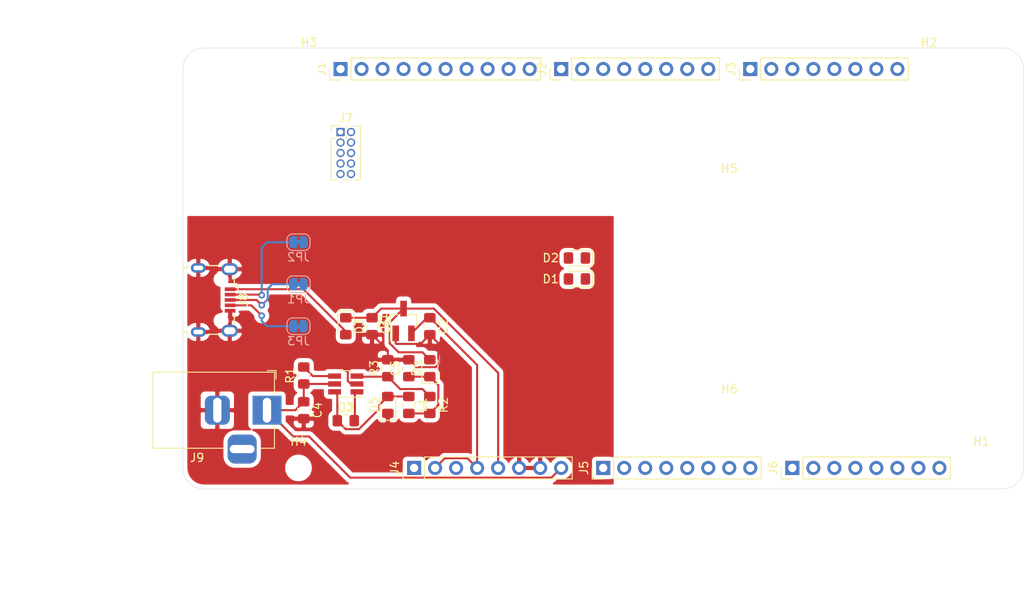
<source format=kicad_pcb>
(kicad_pcb (version 20171130) (host pcbnew 5.1.6)

  (general
    (thickness 1.6)
    (drawings 20)
    (tracks 90)
    (zones 0)
    (modules 34)
    (nets 69)
  )

  (page A4)
  (layers
    (0 F.Cu signal)
    (31 B.Cu signal)
    (32 B.Adhes user)
    (33 F.Adhes user)
    (34 B.Paste user)
    (35 F.Paste user)
    (36 B.SilkS user)
    (37 F.SilkS user)
    (38 B.Mask user)
    (39 F.Mask user)
    (40 Dwgs.User user)
    (41 Cmts.User user)
    (42 Eco1.User user)
    (43 Eco2.User user)
    (44 Edge.Cuts user)
    (45 Margin user)
    (46 B.CrtYd user)
    (47 F.CrtYd user)
    (48 B.Fab user)
    (49 F.Fab user)
  )

  (setup
    (last_trace_width 0.25)
    (trace_clearance 0.2)
    (zone_clearance 0.508)
    (zone_45_only no)
    (trace_min 0.2)
    (via_size 0.8)
    (via_drill 0.4)
    (via_min_size 0.4)
    (via_min_drill 0.3)
    (uvia_size 0.3)
    (uvia_drill 0.1)
    (uvias_allowed no)
    (uvia_min_size 0.2)
    (uvia_min_drill 0.1)
    (edge_width 0.05)
    (segment_width 0.2)
    (pcb_text_width 0.3)
    (pcb_text_size 1.5 1.5)
    (mod_edge_width 0.12)
    (mod_text_size 1 1)
    (mod_text_width 0.15)
    (pad_size 1.524 1.524)
    (pad_drill 0.762)
    (pad_to_mask_clearance 0.05)
    (aux_axis_origin 0 0)
    (visible_elements FFFFFF7F)
    (pcbplotparams
      (layerselection 0x010fc_ffffffff)
      (usegerberextensions false)
      (usegerberattributes true)
      (usegerberadvancedattributes true)
      (creategerberjobfile true)
      (excludeedgelayer true)
      (linewidth 0.100000)
      (plotframeref false)
      (viasonmask false)
      (mode 1)
      (useauxorigin false)
      (hpglpennumber 1)
      (hpglpenspeed 20)
      (hpglpendiameter 15.000000)
      (psnegative false)
      (psa4output false)
      (plotreference true)
      (plotvalue true)
      (plotinvisibletext false)
      (padsonsilk false)
      (subtractmaskfromsilk false)
      (outputformat 1)
      (mirror false)
      (drillshape 1)
      (scaleselection 1)
      (outputdirectory ""))
  )

  (net 0 "")
  (net 1 "Net-(J1-Pad4)")
  (net 2 "Net-(J1-Pad3)")
  (net 3 "Net-(J3-Pad8)")
  (net 4 "Net-(J3-Pad7)")
  (net 5 "Net-(J3-Pad6)")
  (net 6 "Net-(J3-Pad5)")
  (net 7 "Net-(J3-Pad4)")
  (net 8 "Net-(J3-Pad3)")
  (net 9 "Net-(J3-Pad2)")
  (net 10 "Net-(J3-Pad1)")
  (net 11 "Net-(J5-Pad8)")
  (net 12 "Net-(J5-Pad7)")
  (net 13 "Net-(J6-Pad8)")
  (net 14 "Net-(J6-Pad7)")
  (net 15 "Net-(J6-Pad6)")
  (net 16 "Net-(J6-Pad5)")
  (net 17 "Net-(J6-Pad4)")
  (net 18 "Net-(J6-Pad3)")
  (net 19 "Net-(J6-Pad2)")
  (net 20 "Net-(J6-Pad1)")
  (net 21 GND)
  (net 22 RESET)
  (net 23 VCC)
  (net 24 +BATT)
  (net 25 "Net-(BT1-Pad1)")
  (net 26 "Net-(J1-Pad10)")
  (net 27 "Net-(J1-Pad9)")
  (net 28 "Net-(J1-Pad8)")
  (net 29 "Net-(J1-Pad7)")
  (net 30 "Net-(J1-Pad6)")
  (net 31 "Net-(J1-Pad5)")
  (net 32 "Net-(J1-Pad2)")
  (net 33 "Net-(J1-Pad1)")
  (net 34 "Net-(J2-Pad8)")
  (net 35 "Net-(J2-Pad7)")
  (net 36 "Net-(J2-Pad6)")
  (net 37 "Net-(J2-Pad5)")
  (net 38 "Net-(J2-Pad4)")
  (net 39 "Net-(J2-Pad3)")
  (net 40 "Net-(J2-Pad2)")
  (net 41 "Net-(J2-Pad1)")
  (net 42 +12V)
  (net 43 +5V)
  (net 44 +3V8)
  (net 45 "Net-(J5-Pad6)")
  (net 46 "Net-(J5-Pad5)")
  (net 47 "Net-(J5-Pad4)")
  (net 48 "Net-(J5-Pad3)")
  (net 49 "Net-(J5-Pad2)")
  (net 50 "Net-(J5-Pad1)")
  (net 51 "Net-(C3-Pad2)")
  (net 52 "Net-(C3-Pad1)")
  (net 53 "Net-(C5-Pad1)")
  (net 54 nSRST)
  (net 55 TDI)
  (net 56 TDO)
  (net 57 "Net-(J7-Pad5)")
  (net 58 TCK)
  (net 59 TMS)
  (net 60 "Net-(J8-Pad4)")
  (net 61 "Net-(J8-Pad3)")
  (net 62 "Net-(J8-Pad2)")
  (net 63 USB_VBUS)
  (net 64 USB_D+)
  (net 65 USB_D-)
  (net 66 USB_ID)
  (net 67 "Net-(R2-Pad1)")
  (net 68 "Net-(R1-Pad2)")

  (net_class Default "This is the default net class."
    (clearance 0.2)
    (trace_width 0.25)
    (via_dia 0.8)
    (via_drill 0.4)
    (uvia_dia 0.3)
    (uvia_drill 0.1)
    (add_net +12V)
    (add_net +3V8)
    (add_net +5V)
    (add_net +BATT)
    (add_net GND)
    (add_net "Net-(BT1-Pad1)")
    (add_net "Net-(C3-Pad1)")
    (add_net "Net-(C3-Pad2)")
    (add_net "Net-(C5-Pad1)")
    (add_net "Net-(J1-Pad1)")
    (add_net "Net-(J1-Pad10)")
    (add_net "Net-(J1-Pad2)")
    (add_net "Net-(J1-Pad3)")
    (add_net "Net-(J1-Pad4)")
    (add_net "Net-(J1-Pad5)")
    (add_net "Net-(J1-Pad6)")
    (add_net "Net-(J1-Pad7)")
    (add_net "Net-(J1-Pad8)")
    (add_net "Net-(J1-Pad9)")
    (add_net "Net-(J2-Pad1)")
    (add_net "Net-(J2-Pad2)")
    (add_net "Net-(J2-Pad3)")
    (add_net "Net-(J2-Pad4)")
    (add_net "Net-(J2-Pad5)")
    (add_net "Net-(J2-Pad6)")
    (add_net "Net-(J2-Pad7)")
    (add_net "Net-(J2-Pad8)")
    (add_net "Net-(J3-Pad1)")
    (add_net "Net-(J3-Pad2)")
    (add_net "Net-(J3-Pad3)")
    (add_net "Net-(J3-Pad4)")
    (add_net "Net-(J3-Pad5)")
    (add_net "Net-(J3-Pad6)")
    (add_net "Net-(J3-Pad7)")
    (add_net "Net-(J3-Pad8)")
    (add_net "Net-(J5-Pad1)")
    (add_net "Net-(J5-Pad2)")
    (add_net "Net-(J5-Pad3)")
    (add_net "Net-(J5-Pad4)")
    (add_net "Net-(J5-Pad5)")
    (add_net "Net-(J5-Pad6)")
    (add_net "Net-(J5-Pad7)")
    (add_net "Net-(J5-Pad8)")
    (add_net "Net-(J6-Pad1)")
    (add_net "Net-(J6-Pad2)")
    (add_net "Net-(J6-Pad3)")
    (add_net "Net-(J6-Pad4)")
    (add_net "Net-(J6-Pad5)")
    (add_net "Net-(J6-Pad6)")
    (add_net "Net-(J6-Pad7)")
    (add_net "Net-(J6-Pad8)")
    (add_net "Net-(J7-Pad5)")
    (add_net "Net-(J8-Pad2)")
    (add_net "Net-(J8-Pad3)")
    (add_net "Net-(J8-Pad4)")
    (add_net "Net-(R1-Pad2)")
    (add_net "Net-(R2-Pad1)")
    (add_net RESET)
    (add_net TCK)
    (add_net TDI)
    (add_net TDO)
    (add_net TMS)
    (add_net USB_D+)
    (add_net USB_D-)
    (add_net USB_ID)
    (add_net USB_VBUS)
    (add_net VCC)
    (add_net nSRST)
  )

  (module Package_TO_SOT_SMD:SOT-23-6_Handsoldering (layer F.Cu) (tedit 5A02FF57) (tstamp 5EC68096)
    (at 140.335 104.14 180)
    (descr "6-pin SOT-23 package, Handsoldering")
    (tags "SOT-23-6 Handsoldering")
    (path /5EC64ACD/5EC65E1A)
    (attr smd)
    (fp_text reference U2 (at 0 -2.9) (layer F.SilkS)
      (effects (font (size 1 1) (thickness 0.15)))
    )
    (fp_text value LMR16006YQ (at 0 2.9) (layer F.Fab)
      (effects (font (size 1 1) (thickness 0.15)))
    )
    (fp_text user %R (at 0 0 90) (layer F.Fab)
      (effects (font (size 0.5 0.5) (thickness 0.075)))
    )
    (fp_line (start -0.9 1.61) (end 0.9 1.61) (layer F.SilkS) (width 0.12))
    (fp_line (start 0.9 -1.61) (end -2.05 -1.61) (layer F.SilkS) (width 0.12))
    (fp_line (start -2.4 1.8) (end -2.4 -1.8) (layer F.CrtYd) (width 0.05))
    (fp_line (start 2.4 1.8) (end -2.4 1.8) (layer F.CrtYd) (width 0.05))
    (fp_line (start 2.4 -1.8) (end 2.4 1.8) (layer F.CrtYd) (width 0.05))
    (fp_line (start -2.4 -1.8) (end 2.4 -1.8) (layer F.CrtYd) (width 0.05))
    (fp_line (start -0.9 -0.9) (end -0.25 -1.55) (layer F.Fab) (width 0.1))
    (fp_line (start 0.9 -1.55) (end -0.25 -1.55) (layer F.Fab) (width 0.1))
    (fp_line (start -0.9 -0.9) (end -0.9 1.55) (layer F.Fab) (width 0.1))
    (fp_line (start 0.9 1.55) (end -0.9 1.55) (layer F.Fab) (width 0.1))
    (fp_line (start 0.9 -1.55) (end 0.9 1.55) (layer F.Fab) (width 0.1))
    (pad 5 smd rect (at 1.35 0 180) (size 1.56 0.65) (layers F.Cu F.Paste F.Mask)
      (net 42 +12V))
    (pad 6 smd rect (at 1.35 -0.95 180) (size 1.56 0.65) (layers F.Cu F.Paste F.Mask)
      (net 52 "Net-(C3-Pad1)"))
    (pad 4 smd rect (at 1.35 0.95 180) (size 1.56 0.65) (layers F.Cu F.Paste F.Mask)
      (net 68 "Net-(R1-Pad2)"))
    (pad 3 smd rect (at -1.35 0.95 180) (size 1.56 0.65) (layers F.Cu F.Paste F.Mask)
      (net 67 "Net-(R2-Pad1)"))
    (pad 2 smd rect (at -1.35 0 180) (size 1.56 0.65) (layers F.Cu F.Paste F.Mask)
      (net 21 GND))
    (pad 1 smd rect (at -1.35 -0.95 180) (size 1.56 0.65) (layers F.Cu F.Paste F.Mask)
      (net 51 "Net-(C3-Pad2)"))
    (model ${KISYS3DMOD}/Package_TO_SOT_SMD.3dshapes/SOT-23-6.wrl
      (at (xyz 0 0 0))
      (scale (xyz 1 1 1))
      (rotate (xyz 0 0 0))
    )
  )

  (module Diode_SMD:D_0805_2012Metric_Pad1.15x1.40mm_HandSolder (layer F.Cu) (tedit 5B4B45C8) (tstamp 5EC6DB68)
    (at 140.335 97.155 270)
    (descr "Diode SMD 0805 (2012 Metric), square (rectangular) end terminal, IPC_7351 nominal, (Body size source: https://docs.google.com/spreadsheets/d/1BsfQQcO9C6DZCsRaXUlFlo91Tg2WpOkGARC1WS5S8t0/edit?usp=sharing), generated with kicad-footprint-generator")
    (tags "diode handsolder")
    (path /5EC6493D/5EC6D77A)
    (attr smd)
    (fp_text reference D3 (at 0 -1.65 90) (layer F.SilkS)
      (effects (font (size 1 1) (thickness 0.15)))
    )
    (fp_text value D_Schottky (at 0 1.65 90) (layer F.Fab)
      (effects (font (size 1 1) (thickness 0.15)))
    )
    (fp_text user %R (at 0 0 90) (layer F.Fab)
      (effects (font (size 0.5 0.5) (thickness 0.08)))
    )
    (fp_line (start 1 -0.6) (end -0.7 -0.6) (layer F.Fab) (width 0.1))
    (fp_line (start -0.7 -0.6) (end -1 -0.3) (layer F.Fab) (width 0.1))
    (fp_line (start -1 -0.3) (end -1 0.6) (layer F.Fab) (width 0.1))
    (fp_line (start -1 0.6) (end 1 0.6) (layer F.Fab) (width 0.1))
    (fp_line (start 1 0.6) (end 1 -0.6) (layer F.Fab) (width 0.1))
    (fp_line (start 1 -0.96) (end -1.86 -0.96) (layer F.SilkS) (width 0.12))
    (fp_line (start -1.86 -0.96) (end -1.86 0.96) (layer F.SilkS) (width 0.12))
    (fp_line (start -1.86 0.96) (end 1 0.96) (layer F.SilkS) (width 0.12))
    (fp_line (start -1.85 0.95) (end -1.85 -0.95) (layer F.CrtYd) (width 0.05))
    (fp_line (start -1.85 -0.95) (end 1.85 -0.95) (layer F.CrtYd) (width 0.05))
    (fp_line (start 1.85 -0.95) (end 1.85 0.95) (layer F.CrtYd) (width 0.05))
    (fp_line (start 1.85 0.95) (end -1.85 0.95) (layer F.CrtYd) (width 0.05))
    (pad 2 smd roundrect (at 1.025 0 270) (size 1.15 1.4) (layers F.Cu F.Paste F.Mask) (roundrect_rratio 0.217391)
      (net 63 USB_VBUS))
    (pad 1 smd roundrect (at -1.025 0 270) (size 1.15 1.4) (layers F.Cu F.Paste F.Mask) (roundrect_rratio 0.217391)
      (net 43 +5V))
    (model ${KISYS3DMOD}/Diode_SMD.3dshapes/D_0805_2012Metric.wrl
      (at (xyz 0 0 0))
      (scale (xyz 1 1 1))
      (rotate (xyz 0 0 0))
    )
  )

  (module Package_TO_SOT_SMD:SOT-23_Handsoldering (layer F.Cu) (tedit 5A0AB76C) (tstamp 5EC6C896)
    (at 147.32 96.52 90)
    (descr "SOT-23, Handsoldering")
    (tags SOT-23)
    (path /5EC6493D/5EC7570B)
    (attr smd)
    (fp_text reference U1 (at 0 -2.5 90) (layer F.SilkS)
      (effects (font (size 1 1) (thickness 0.15)))
    )
    (fp_text value MCP1700-3302E_SOT23 (at 0 2.5 90) (layer F.Fab)
      (effects (font (size 1 1) (thickness 0.15)))
    )
    (fp_text user %R (at 0 0) (layer F.Fab)
      (effects (font (size 0.5 0.5) (thickness 0.075)))
    )
    (fp_line (start 0.76 1.58) (end 0.76 0.65) (layer F.SilkS) (width 0.12))
    (fp_line (start 0.76 -1.58) (end 0.76 -0.65) (layer F.SilkS) (width 0.12))
    (fp_line (start -2.7 -1.75) (end 2.7 -1.75) (layer F.CrtYd) (width 0.05))
    (fp_line (start 2.7 -1.75) (end 2.7 1.75) (layer F.CrtYd) (width 0.05))
    (fp_line (start 2.7 1.75) (end -2.7 1.75) (layer F.CrtYd) (width 0.05))
    (fp_line (start -2.7 1.75) (end -2.7 -1.75) (layer F.CrtYd) (width 0.05))
    (fp_line (start 0.76 -1.58) (end -2.4 -1.58) (layer F.SilkS) (width 0.12))
    (fp_line (start -0.7 -0.95) (end -0.7 1.5) (layer F.Fab) (width 0.1))
    (fp_line (start -0.15 -1.52) (end 0.7 -1.52) (layer F.Fab) (width 0.1))
    (fp_line (start -0.7 -0.95) (end -0.15 -1.52) (layer F.Fab) (width 0.1))
    (fp_line (start 0.7 -1.52) (end 0.7 1.52) (layer F.Fab) (width 0.1))
    (fp_line (start -0.7 1.52) (end 0.7 1.52) (layer F.Fab) (width 0.1))
    (fp_line (start 0.76 1.58) (end -0.7 1.58) (layer F.SilkS) (width 0.12))
    (pad 3 smd rect (at 1.5 0 90) (size 1.9 0.8) (layers F.Cu F.Paste F.Mask)
      (net 43 +5V))
    (pad 2 smd rect (at -1.5 0.95 90) (size 1.9 0.8) (layers F.Cu F.Paste F.Mask)
      (net 23 VCC))
    (pad 1 smd rect (at -1.5 -0.95 90) (size 1.9 0.8) (layers F.Cu F.Paste F.Mask)
      (net 21 GND))
    (model ${KISYS3DMOD}/Package_TO_SOT_SMD.3dshapes/SOT-23.wrl
      (at (xyz 0 0 0))
      (scale (xyz 1 1 1))
      (rotate (xyz 0 0 0))
    )
  )

  (module Diode_SMD:D_0805_2012Metric_Pad1.15x1.40mm_HandSolder (layer F.Cu) (tedit 5B4B45C8) (tstamp 5EC69493)
    (at 145.415 106.68 90)
    (descr "Diode SMD 0805 (2012 Metric), square (rectangular) end terminal, IPC_7351 nominal, (Body size source: https://docs.google.com/spreadsheets/d/1BsfQQcO9C6DZCsRaXUlFlo91Tg2WpOkGARC1WS5S8t0/edit?usp=sharing), generated with kicad-footprint-generator")
    (tags "diode handsolder")
    (path /5EC64ACD/5EC6F99F)
    (attr smd)
    (fp_text reference D5 (at 0 -1.65 90) (layer F.SilkS)
      (effects (font (size 1 1) (thickness 0.15)))
    )
    (fp_text value D_Schottky (at 0 1.65 90) (layer F.Fab)
      (effects (font (size 1 1) (thickness 0.15)))
    )
    (fp_text user %R (at 0 0 90) (layer F.Fab)
      (effects (font (size 0.5 0.5) (thickness 0.08)))
    )
    (fp_line (start 1 -0.6) (end -0.7 -0.6) (layer F.Fab) (width 0.1))
    (fp_line (start -0.7 -0.6) (end -1 -0.3) (layer F.Fab) (width 0.1))
    (fp_line (start -1 -0.3) (end -1 0.6) (layer F.Fab) (width 0.1))
    (fp_line (start -1 0.6) (end 1 0.6) (layer F.Fab) (width 0.1))
    (fp_line (start 1 0.6) (end 1 -0.6) (layer F.Fab) (width 0.1))
    (fp_line (start 1 -0.96) (end -1.86 -0.96) (layer F.SilkS) (width 0.12))
    (fp_line (start -1.86 -0.96) (end -1.86 0.96) (layer F.SilkS) (width 0.12))
    (fp_line (start -1.86 0.96) (end 1 0.96) (layer F.SilkS) (width 0.12))
    (fp_line (start -1.85 0.95) (end -1.85 -0.95) (layer F.CrtYd) (width 0.05))
    (fp_line (start -1.85 -0.95) (end 1.85 -0.95) (layer F.CrtYd) (width 0.05))
    (fp_line (start 1.85 -0.95) (end 1.85 0.95) (layer F.CrtYd) (width 0.05))
    (fp_line (start 1.85 0.95) (end -1.85 0.95) (layer F.CrtYd) (width 0.05))
    (pad 2 smd roundrect (at 1.025 0 90) (size 1.15 1.4) (layers F.Cu F.Paste F.Mask) (roundrect_rratio 0.217391)
      (net 52 "Net-(C3-Pad1)"))
    (pad 1 smd roundrect (at -1.025 0 90) (size 1.15 1.4) (layers F.Cu F.Paste F.Mask) (roundrect_rratio 0.217391)
      (net 21 GND))
    (model ${KISYS3DMOD}/Diode_SMD.3dshapes/D_0805_2012Metric.wrl
      (at (xyz 0 0 0))
      (scale (xyz 1 1 1))
      (rotate (xyz 0 0 0))
    )
  )

  (module Diode_SMD:D_0805_2012Metric_Pad1.15x1.40mm_HandSolder (layer F.Cu) (tedit 5B4B45C8) (tstamp 5EC69480)
    (at 150.495 102.235 90)
    (descr "Diode SMD 0805 (2012 Metric), square (rectangular) end terminal, IPC_7351 nominal, (Body size source: https://docs.google.com/spreadsheets/d/1BsfQQcO9C6DZCsRaXUlFlo91Tg2WpOkGARC1WS5S8t0/edit?usp=sharing), generated with kicad-footprint-generator")
    (tags "diode handsolder")
    (path /5EC64ACD/5EC6B653)
    (attr smd)
    (fp_text reference D4 (at 0 -1.65 90) (layer F.SilkS)
      (effects (font (size 1 1) (thickness 0.15)))
    )
    (fp_text value D_Schottky (at 0 1.65 90) (layer F.Fab)
      (effects (font (size 1 1) (thickness 0.15)))
    )
    (fp_text user %R (at 0 0 90) (layer F.Fab)
      (effects (font (size 0.5 0.5) (thickness 0.08)))
    )
    (fp_line (start 1 -0.6) (end -0.7 -0.6) (layer F.Fab) (width 0.1))
    (fp_line (start -0.7 -0.6) (end -1 -0.3) (layer F.Fab) (width 0.1))
    (fp_line (start -1 -0.3) (end -1 0.6) (layer F.Fab) (width 0.1))
    (fp_line (start -1 0.6) (end 1 0.6) (layer F.Fab) (width 0.1))
    (fp_line (start 1 0.6) (end 1 -0.6) (layer F.Fab) (width 0.1))
    (fp_line (start 1 -0.96) (end -1.86 -0.96) (layer F.SilkS) (width 0.12))
    (fp_line (start -1.86 -0.96) (end -1.86 0.96) (layer F.SilkS) (width 0.12))
    (fp_line (start -1.86 0.96) (end 1 0.96) (layer F.SilkS) (width 0.12))
    (fp_line (start -1.85 0.95) (end -1.85 -0.95) (layer F.CrtYd) (width 0.05))
    (fp_line (start -1.85 -0.95) (end 1.85 -0.95) (layer F.CrtYd) (width 0.05))
    (fp_line (start 1.85 -0.95) (end 1.85 0.95) (layer F.CrtYd) (width 0.05))
    (fp_line (start 1.85 0.95) (end -1.85 0.95) (layer F.CrtYd) (width 0.05))
    (pad 2 smd roundrect (at 1.025 0 90) (size 1.15 1.4) (layers F.Cu F.Paste F.Mask) (roundrect_rratio 0.217391)
      (net 43 +5V))
    (pad 1 smd roundrect (at -1.025 0 90) (size 1.15 1.4) (layers F.Cu F.Paste F.Mask) (roundrect_rratio 0.217391)
      (net 53 "Net-(C5-Pad1)"))
    (model ${KISYS3DMOD}/Diode_SMD.3dshapes/D_0805_2012Metric.wrl
      (at (xyz 0 0 0))
      (scale (xyz 1 1 1))
      (rotate (xyz 0 0 0))
    )
  )

  (module Resistor_SMD:R_0805_2012Metric_Pad1.15x1.40mm_HandSolder (layer F.Cu) (tedit 5B36C52B) (tstamp 5EC67579)
    (at 145.415 102.235 90)
    (descr "Resistor SMD 0805 (2012 Metric), square (rectangular) end terminal, IPC_7351 nominal with elongated pad for handsoldering. (Body size source: https://docs.google.com/spreadsheets/d/1BsfQQcO9C6DZCsRaXUlFlo91Tg2WpOkGARC1WS5S8t0/edit?usp=sharing), generated with kicad-footprint-generator")
    (tags "resistor handsolder")
    (path /5EC64ACD/5EC674D7)
    (attr smd)
    (fp_text reference R3 (at 0 -1.65 90) (layer F.SilkS)
      (effects (font (size 1 1) (thickness 0.15)))
    )
    (fp_text value 10K (at 0 1.65 90) (layer F.Fab)
      (effects (font (size 1 1) (thickness 0.15)))
    )
    (fp_text user %R (at 0 0 90) (layer F.Fab)
      (effects (font (size 0.5 0.5) (thickness 0.08)))
    )
    (fp_line (start -1 0.6) (end -1 -0.6) (layer F.Fab) (width 0.1))
    (fp_line (start -1 -0.6) (end 1 -0.6) (layer F.Fab) (width 0.1))
    (fp_line (start 1 -0.6) (end 1 0.6) (layer F.Fab) (width 0.1))
    (fp_line (start 1 0.6) (end -1 0.6) (layer F.Fab) (width 0.1))
    (fp_line (start -0.261252 -0.71) (end 0.261252 -0.71) (layer F.SilkS) (width 0.12))
    (fp_line (start -0.261252 0.71) (end 0.261252 0.71) (layer F.SilkS) (width 0.12))
    (fp_line (start -1.85 0.95) (end -1.85 -0.95) (layer F.CrtYd) (width 0.05))
    (fp_line (start -1.85 -0.95) (end 1.85 -0.95) (layer F.CrtYd) (width 0.05))
    (fp_line (start 1.85 -0.95) (end 1.85 0.95) (layer F.CrtYd) (width 0.05))
    (fp_line (start 1.85 0.95) (end -1.85 0.95) (layer F.CrtYd) (width 0.05))
    (pad 2 smd roundrect (at 1.025 0 90) (size 1.15 1.4) (layers F.Cu F.Paste F.Mask) (roundrect_rratio 0.217391)
      (net 21 GND))
    (pad 1 smd roundrect (at -1.025 0 90) (size 1.15 1.4) (layers F.Cu F.Paste F.Mask) (roundrect_rratio 0.217391)
      (net 67 "Net-(R2-Pad1)"))
    (model ${KISYS3DMOD}/Resistor_SMD.3dshapes/R_0805_2012Metric.wrl
      (at (xyz 0 0 0))
      (scale (xyz 1 1 1))
      (rotate (xyz 0 0 0))
    )
  )

  (module Resistor_SMD:R_0805_2012Metric_Pad1.15x1.40mm_HandSolder (layer F.Cu) (tedit 5B36C52B) (tstamp 5EC675A9)
    (at 150.495 106.68 270)
    (descr "Resistor SMD 0805 (2012 Metric), square (rectangular) end terminal, IPC_7351 nominal with elongated pad for handsoldering. (Body size source: https://docs.google.com/spreadsheets/d/1BsfQQcO9C6DZCsRaXUlFlo91Tg2WpOkGARC1WS5S8t0/edit?usp=sharing), generated with kicad-footprint-generator")
    (tags "resistor handsolder")
    (path /5EC64ACD/5EC67A37)
    (attr smd)
    (fp_text reference R2 (at 0 -1.65 90) (layer F.SilkS)
      (effects (font (size 1 1) (thickness 0.15)))
    )
    (fp_text value R_Small (at 0 1.65 90) (layer F.Fab)
      (effects (font (size 1 1) (thickness 0.15)))
    )
    (fp_text user %R (at 0 0 90) (layer F.Fab)
      (effects (font (size 0.5 0.5) (thickness 0.08)))
    )
    (fp_line (start -1 0.6) (end -1 -0.6) (layer F.Fab) (width 0.1))
    (fp_line (start -1 -0.6) (end 1 -0.6) (layer F.Fab) (width 0.1))
    (fp_line (start 1 -0.6) (end 1 0.6) (layer F.Fab) (width 0.1))
    (fp_line (start 1 0.6) (end -1 0.6) (layer F.Fab) (width 0.1))
    (fp_line (start -0.261252 -0.71) (end 0.261252 -0.71) (layer F.SilkS) (width 0.12))
    (fp_line (start -0.261252 0.71) (end 0.261252 0.71) (layer F.SilkS) (width 0.12))
    (fp_line (start -1.85 0.95) (end -1.85 -0.95) (layer F.CrtYd) (width 0.05))
    (fp_line (start -1.85 -0.95) (end 1.85 -0.95) (layer F.CrtYd) (width 0.05))
    (fp_line (start 1.85 -0.95) (end 1.85 0.95) (layer F.CrtYd) (width 0.05))
    (fp_line (start 1.85 0.95) (end -1.85 0.95) (layer F.CrtYd) (width 0.05))
    (pad 2 smd roundrect (at 1.025 0 270) (size 1.15 1.4) (layers F.Cu F.Paste F.Mask) (roundrect_rratio 0.217391)
      (net 53 "Net-(C5-Pad1)"))
    (pad 1 smd roundrect (at -1.025 0 270) (size 1.15 1.4) (layers F.Cu F.Paste F.Mask) (roundrect_rratio 0.217391)
      (net 67 "Net-(R2-Pad1)"))
    (model ${KISYS3DMOD}/Resistor_SMD.3dshapes/R_0805_2012Metric.wrl
      (at (xyz 0 0 0))
      (scale (xyz 1 1 1))
      (rotate (xyz 0 0 0))
    )
  )

  (module Resistor_SMD:R_0805_2012Metric_Pad1.15x1.40mm_HandSolder (layer F.Cu) (tedit 5B36C52B) (tstamp 5EC67DE3)
    (at 135.255 103.115 90)
    (descr "Resistor SMD 0805 (2012 Metric), square (rectangular) end terminal, IPC_7351 nominal with elongated pad for handsoldering. (Body size source: https://docs.google.com/spreadsheets/d/1BsfQQcO9C6DZCsRaXUlFlo91Tg2WpOkGARC1WS5S8t0/edit?usp=sharing), generated with kicad-footprint-generator")
    (tags "resistor handsolder")
    (path /5EC64ACD/5EC69EEC)
    (attr smd)
    (fp_text reference R1 (at 0 -1.65 90) (layer F.SilkS)
      (effects (font (size 1 1) (thickness 0.15)))
    )
    (fp_text value 10K (at 0 1.65 90) (layer F.Fab)
      (effects (font (size 1 1) (thickness 0.15)))
    )
    (fp_text user %R (at 0 0 90) (layer F.Fab)
      (effects (font (size 0.5 0.5) (thickness 0.08)))
    )
    (fp_line (start -1 0.6) (end -1 -0.6) (layer F.Fab) (width 0.1))
    (fp_line (start -1 -0.6) (end 1 -0.6) (layer F.Fab) (width 0.1))
    (fp_line (start 1 -0.6) (end 1 0.6) (layer F.Fab) (width 0.1))
    (fp_line (start 1 0.6) (end -1 0.6) (layer F.Fab) (width 0.1))
    (fp_line (start -0.261252 -0.71) (end 0.261252 -0.71) (layer F.SilkS) (width 0.12))
    (fp_line (start -0.261252 0.71) (end 0.261252 0.71) (layer F.SilkS) (width 0.12))
    (fp_line (start -1.85 0.95) (end -1.85 -0.95) (layer F.CrtYd) (width 0.05))
    (fp_line (start -1.85 -0.95) (end 1.85 -0.95) (layer F.CrtYd) (width 0.05))
    (fp_line (start 1.85 -0.95) (end 1.85 0.95) (layer F.CrtYd) (width 0.05))
    (fp_line (start 1.85 0.95) (end -1.85 0.95) (layer F.CrtYd) (width 0.05))
    (pad 2 smd roundrect (at 1.025 0 90) (size 1.15 1.4) (layers F.Cu F.Paste F.Mask) (roundrect_rratio 0.217391)
      (net 68 "Net-(R1-Pad2)"))
    (pad 1 smd roundrect (at -1.025 0 90) (size 1.15 1.4) (layers F.Cu F.Paste F.Mask) (roundrect_rratio 0.217391)
      (net 42 +12V))
    (model ${KISYS3DMOD}/Resistor_SMD.3dshapes/R_0805_2012Metric.wrl
      (at (xyz 0 0 0))
      (scale (xyz 1 1 1))
      (rotate (xyz 0 0 0))
    )
  )

  (module Inductor_SMD:L_0805_2012Metric_Pad1.15x1.40mm_HandSolder (layer F.Cu) (tedit 5B36C52B) (tstamp 5EC673A5)
    (at 147.955 106.68 270)
    (descr "Capacitor SMD 0805 (2012 Metric), square (rectangular) end terminal, IPC_7351 nominal with elongated pad for handsoldering. (Body size source: https://docs.google.com/spreadsheets/d/1BsfQQcO9C6DZCsRaXUlFlo91Tg2WpOkGARC1WS5S8t0/edit?usp=sharing), generated with kicad-footprint-generator")
    (tags "inductor handsolder")
    (path /5EC64ACD/5EC66A78)
    (attr smd)
    (fp_text reference L1 (at 0 -1.65 90) (layer F.SilkS)
      (effects (font (size 1 1) (thickness 0.15)))
    )
    (fp_text value L_Small (at 0 1.65 90) (layer F.Fab)
      (effects (font (size 1 1) (thickness 0.15)))
    )
    (fp_text user %R (at 0 0 90) (layer F.Fab)
      (effects (font (size 0.5 0.5) (thickness 0.08)))
    )
    (fp_line (start -1 0.6) (end -1 -0.6) (layer F.Fab) (width 0.1))
    (fp_line (start -1 -0.6) (end 1 -0.6) (layer F.Fab) (width 0.1))
    (fp_line (start 1 -0.6) (end 1 0.6) (layer F.Fab) (width 0.1))
    (fp_line (start 1 0.6) (end -1 0.6) (layer F.Fab) (width 0.1))
    (fp_line (start -0.261252 -0.71) (end 0.261252 -0.71) (layer F.SilkS) (width 0.12))
    (fp_line (start -0.261252 0.71) (end 0.261252 0.71) (layer F.SilkS) (width 0.12))
    (fp_line (start -1.85 0.95) (end -1.85 -0.95) (layer F.CrtYd) (width 0.05))
    (fp_line (start -1.85 -0.95) (end 1.85 -0.95) (layer F.CrtYd) (width 0.05))
    (fp_line (start 1.85 -0.95) (end 1.85 0.95) (layer F.CrtYd) (width 0.05))
    (fp_line (start 1.85 0.95) (end -1.85 0.95) (layer F.CrtYd) (width 0.05))
    (pad 2 smd roundrect (at 1.025 0 270) (size 1.15 1.4) (layers F.Cu F.Paste F.Mask) (roundrect_rratio 0.217391)
      (net 53 "Net-(C5-Pad1)"))
    (pad 1 smd roundrect (at -1.025 0 270) (size 1.15 1.4) (layers F.Cu F.Paste F.Mask) (roundrect_rratio 0.217391)
      (net 52 "Net-(C3-Pad1)"))
    (model ${KISYS3DMOD}/Inductor_SMD.3dshapes/L_0805_2012Metric.wrl
      (at (xyz 0 0 0))
      (scale (xyz 1 1 1))
      (rotate (xyz 0 0 0))
    )
  )

  (module Jumper:SolderJumper-2_P1.3mm_Bridged_RoundedPad1.0x1.5mm (layer B.Cu) (tedit 5C745284) (tstamp 5EC6750F)
    (at 134.62 97.155)
    (descr "SMD Solder Jumper, 1x1.5mm, rounded Pads, 0.3mm gap, bridged with 1 copper strip")
    (tags "solder jumper open")
    (path /5EC6493D/5EC68ED2)
    (attr virtual)
    (fp_text reference JP3 (at 0 1.8) (layer B.SilkS)
      (effects (font (size 1 1) (thickness 0.15)) (justify mirror))
    )
    (fp_text value SJ (at 0 -1.9) (layer B.Fab)
      (effects (font (size 1 1) (thickness 0.15)) (justify mirror))
    )
    (fp_arc (start -0.7 0.3) (end -0.7 1) (angle 90) (layer B.SilkS) (width 0.12))
    (fp_arc (start -0.7 -0.3) (end -1.4 -0.3) (angle 90) (layer B.SilkS) (width 0.12))
    (fp_arc (start 0.7 -0.3) (end 0.7 -1) (angle 90) (layer B.SilkS) (width 0.12))
    (fp_arc (start 0.7 0.3) (end 1.4 0.3) (angle 90) (layer B.SilkS) (width 0.12))
    (fp_line (start -1.4 -0.3) (end -1.4 0.3) (layer B.SilkS) (width 0.12))
    (fp_line (start 0.7 -1) (end -0.7 -1) (layer B.SilkS) (width 0.12))
    (fp_line (start 1.4 0.3) (end 1.4 -0.3) (layer B.SilkS) (width 0.12))
    (fp_line (start -0.7 1) (end 0.7 1) (layer B.SilkS) (width 0.12))
    (fp_line (start -1.65 1.25) (end 1.65 1.25) (layer B.CrtYd) (width 0.05))
    (fp_line (start -1.65 1.25) (end -1.65 -1.25) (layer B.CrtYd) (width 0.05))
    (fp_line (start 1.65 -1.25) (end 1.65 1.25) (layer B.CrtYd) (width 0.05))
    (fp_line (start 1.65 -1.25) (end -1.65 -1.25) (layer B.CrtYd) (width 0.05))
    (fp_poly (pts (xy 0.25 0.3) (xy -0.25 0.3) (xy -0.25 -0.3) (xy 0.25 -0.3)) (layer B.Cu) (width 0))
    (pad 1 smd custom (at -0.65 0) (size 1 0.5) (layers B.Cu B.Mask)
      (net 60 "Net-(J8-Pad4)") (zone_connect 2)
      (options (clearance outline) (anchor rect))
      (primitives
        (gr_circle (center 0 -0.25) (end 0.5 -0.25) (width 0))
        (gr_circle (center 0 0.25) (end 0.5 0.25) (width 0))
        (gr_poly (pts
           (xy 0 0.75) (xy 0.5 0.75) (xy 0.5 -0.75) (xy 0 -0.75)) (width 0))
      ))
    (pad 2 smd custom (at 0.65 0) (size 1 0.5) (layers B.Cu B.Mask)
      (net 66 USB_ID) (zone_connect 2)
      (options (clearance outline) (anchor rect))
      (primitives
        (gr_circle (center 0 -0.25) (end 0.5 -0.25) (width 0))
        (gr_circle (center 0 0.25) (end 0.5 0.25) (width 0))
        (gr_poly (pts
           (xy 0 0.75) (xy -0.5 0.75) (xy -0.5 -0.75) (xy 0 -0.75)) (width 0))
      ))
  )

  (module Jumper:SolderJumper-2_P1.3mm_Bridged_RoundedPad1.0x1.5mm (layer B.Cu) (tedit 5C745284) (tstamp 5EC67545)
    (at 134.62 86.995)
    (descr "SMD Solder Jumper, 1x1.5mm, rounded Pads, 0.3mm gap, bridged with 1 copper strip")
    (tags "solder jumper open")
    (path /5EC6493D/5EC680BB)
    (attr virtual)
    (fp_text reference JP2 (at 0 1.8) (layer B.SilkS)
      (effects (font (size 1 1) (thickness 0.15)) (justify mirror))
    )
    (fp_text value SJ (at 0 -1.9) (layer B.Fab)
      (effects (font (size 1 1) (thickness 0.15)) (justify mirror))
    )
    (fp_arc (start -0.7 0.3) (end -0.7 1) (angle 90) (layer B.SilkS) (width 0.12))
    (fp_arc (start -0.7 -0.3) (end -1.4 -0.3) (angle 90) (layer B.SilkS) (width 0.12))
    (fp_arc (start 0.7 -0.3) (end 0.7 -1) (angle 90) (layer B.SilkS) (width 0.12))
    (fp_arc (start 0.7 0.3) (end 1.4 0.3) (angle 90) (layer B.SilkS) (width 0.12))
    (fp_line (start -1.4 -0.3) (end -1.4 0.3) (layer B.SilkS) (width 0.12))
    (fp_line (start 0.7 -1) (end -0.7 -1) (layer B.SilkS) (width 0.12))
    (fp_line (start 1.4 0.3) (end 1.4 -0.3) (layer B.SilkS) (width 0.12))
    (fp_line (start -0.7 1) (end 0.7 1) (layer B.SilkS) (width 0.12))
    (fp_line (start -1.65 1.25) (end 1.65 1.25) (layer B.CrtYd) (width 0.05))
    (fp_line (start -1.65 1.25) (end -1.65 -1.25) (layer B.CrtYd) (width 0.05))
    (fp_line (start 1.65 -1.25) (end 1.65 1.25) (layer B.CrtYd) (width 0.05))
    (fp_line (start 1.65 -1.25) (end -1.65 -1.25) (layer B.CrtYd) (width 0.05))
    (fp_poly (pts (xy 0.25 0.3) (xy -0.25 0.3) (xy -0.25 -0.3) (xy 0.25 -0.3)) (layer B.Cu) (width 0))
    (pad 1 smd custom (at -0.65 0) (size 1 0.5) (layers B.Cu B.Mask)
      (net 62 "Net-(J8-Pad2)") (zone_connect 2)
      (options (clearance outline) (anchor rect))
      (primitives
        (gr_circle (center 0 -0.25) (end 0.5 -0.25) (width 0))
        (gr_circle (center 0 0.25) (end 0.5 0.25) (width 0))
        (gr_poly (pts
           (xy 0 0.75) (xy 0.5 0.75) (xy 0.5 -0.75) (xy 0 -0.75)) (width 0))
      ))
    (pad 2 smd custom (at 0.65 0) (size 1 0.5) (layers B.Cu B.Mask)
      (net 65 USB_D-) (zone_connect 2)
      (options (clearance outline) (anchor rect))
      (primitives
        (gr_circle (center 0 -0.25) (end 0.5 -0.25) (width 0))
        (gr_circle (center 0 0.25) (end 0.5 0.25) (width 0))
        (gr_poly (pts
           (xy 0 0.75) (xy -0.5 0.75) (xy -0.5 -0.75) (xy 0 -0.75)) (width 0))
      ))
  )

  (module Jumper:SolderJumper-2_P1.3mm_Bridged_RoundedPad1.0x1.5mm (layer B.Cu) (tedit 5C745284) (tstamp 5EC674D9)
    (at 134.62 92.075)
    (descr "SMD Solder Jumper, 1x1.5mm, rounded Pads, 0.3mm gap, bridged with 1 copper strip")
    (tags "solder jumper open")
    (path /5EC6493D/5EC67334)
    (attr virtual)
    (fp_text reference JP1 (at 0 1.8) (layer B.SilkS)
      (effects (font (size 1 1) (thickness 0.15)) (justify mirror))
    )
    (fp_text value SJ (at 0 -1.9) (layer B.Fab)
      (effects (font (size 1 1) (thickness 0.15)) (justify mirror))
    )
    (fp_arc (start -0.7 0.3) (end -0.7 1) (angle 90) (layer B.SilkS) (width 0.12))
    (fp_arc (start -0.7 -0.3) (end -1.4 -0.3) (angle 90) (layer B.SilkS) (width 0.12))
    (fp_arc (start 0.7 -0.3) (end 0.7 -1) (angle 90) (layer B.SilkS) (width 0.12))
    (fp_arc (start 0.7 0.3) (end 1.4 0.3) (angle 90) (layer B.SilkS) (width 0.12))
    (fp_line (start -1.4 -0.3) (end -1.4 0.3) (layer B.SilkS) (width 0.12))
    (fp_line (start 0.7 -1) (end -0.7 -1) (layer B.SilkS) (width 0.12))
    (fp_line (start 1.4 0.3) (end 1.4 -0.3) (layer B.SilkS) (width 0.12))
    (fp_line (start -0.7 1) (end 0.7 1) (layer B.SilkS) (width 0.12))
    (fp_line (start -1.65 1.25) (end 1.65 1.25) (layer B.CrtYd) (width 0.05))
    (fp_line (start -1.65 1.25) (end -1.65 -1.25) (layer B.CrtYd) (width 0.05))
    (fp_line (start 1.65 -1.25) (end 1.65 1.25) (layer B.CrtYd) (width 0.05))
    (fp_line (start 1.65 -1.25) (end -1.65 -1.25) (layer B.CrtYd) (width 0.05))
    (fp_poly (pts (xy 0.25 0.3) (xy -0.25 0.3) (xy -0.25 -0.3) (xy 0.25 -0.3)) (layer B.Cu) (width 0))
    (pad 1 smd custom (at -0.65 0) (size 1 0.5) (layers B.Cu B.Mask)
      (net 61 "Net-(J8-Pad3)") (zone_connect 2)
      (options (clearance outline) (anchor rect))
      (primitives
        (gr_circle (center 0 -0.25) (end 0.5 -0.25) (width 0))
        (gr_circle (center 0 0.25) (end 0.5 0.25) (width 0))
        (gr_poly (pts
           (xy 0 0.75) (xy 0.5 0.75) (xy 0.5 -0.75) (xy 0 -0.75)) (width 0))
      ))
    (pad 2 smd custom (at 0.65 0) (size 1 0.5) (layers B.Cu B.Mask)
      (net 64 USB_D+) (zone_connect 2)
      (options (clearance outline) (anchor rect))
      (primitives
        (gr_circle (center 0 -0.25) (end 0.5 -0.25) (width 0))
        (gr_circle (center 0 0.25) (end 0.5 0.25) (width 0))
        (gr_poly (pts
           (xy 0 0.75) (xy -0.5 0.75) (xy -0.5 -0.75) (xy 0 -0.75)) (width 0))
      ))
  )

  (module Connector_BarrelJack:BarrelJack_Horizontal (layer F.Cu) (tedit 5A1DBF6A) (tstamp 5EC66F11)
    (at 130.81 107.315)
    (descr "DC Barrel Jack")
    (tags "Power Jack")
    (path /5EC64ACD/5EC6CFD6)
    (fp_text reference J9 (at -8.45 5.75) (layer F.SilkS)
      (effects (font (size 1 1) (thickness 0.15)))
    )
    (fp_text value Jack-DC (at -6.2 -5.5) (layer F.Fab)
      (effects (font (size 1 1) (thickness 0.15)))
    )
    (fp_text user %R (at -3 -2.95) (layer F.Fab)
      (effects (font (size 1 1) (thickness 0.15)))
    )
    (fp_line (start -0.003213 -4.505425) (end 0.8 -3.75) (layer F.Fab) (width 0.1))
    (fp_line (start 1.1 -3.75) (end 1.1 -4.8) (layer F.SilkS) (width 0.12))
    (fp_line (start 0.05 -4.8) (end 1.1 -4.8) (layer F.SilkS) (width 0.12))
    (fp_line (start 1 -4.5) (end 1 -4.75) (layer F.CrtYd) (width 0.05))
    (fp_line (start 1 -4.75) (end -14 -4.75) (layer F.CrtYd) (width 0.05))
    (fp_line (start 1 -4.5) (end 1 -2) (layer F.CrtYd) (width 0.05))
    (fp_line (start 1 -2) (end 2 -2) (layer F.CrtYd) (width 0.05))
    (fp_line (start 2 -2) (end 2 2) (layer F.CrtYd) (width 0.05))
    (fp_line (start 2 2) (end 1 2) (layer F.CrtYd) (width 0.05))
    (fp_line (start 1 2) (end 1 4.75) (layer F.CrtYd) (width 0.05))
    (fp_line (start 1 4.75) (end -1 4.75) (layer F.CrtYd) (width 0.05))
    (fp_line (start -1 4.75) (end -1 6.75) (layer F.CrtYd) (width 0.05))
    (fp_line (start -1 6.75) (end -5 6.75) (layer F.CrtYd) (width 0.05))
    (fp_line (start -5 6.75) (end -5 4.75) (layer F.CrtYd) (width 0.05))
    (fp_line (start -5 4.75) (end -14 4.75) (layer F.CrtYd) (width 0.05))
    (fp_line (start -14 4.75) (end -14 -4.75) (layer F.CrtYd) (width 0.05))
    (fp_line (start -5 4.6) (end -13.8 4.6) (layer F.SilkS) (width 0.12))
    (fp_line (start -13.8 4.6) (end -13.8 -4.6) (layer F.SilkS) (width 0.12))
    (fp_line (start 0.9 1.9) (end 0.9 4.6) (layer F.SilkS) (width 0.12))
    (fp_line (start 0.9 4.6) (end -1 4.6) (layer F.SilkS) (width 0.12))
    (fp_line (start -13.8 -4.6) (end 0.9 -4.6) (layer F.SilkS) (width 0.12))
    (fp_line (start 0.9 -4.6) (end 0.9 -2) (layer F.SilkS) (width 0.12))
    (fp_line (start -10.2 -4.5) (end -10.2 4.5) (layer F.Fab) (width 0.1))
    (fp_line (start -13.7 -4.5) (end -13.7 4.5) (layer F.Fab) (width 0.1))
    (fp_line (start -13.7 4.5) (end 0.8 4.5) (layer F.Fab) (width 0.1))
    (fp_line (start 0.8 4.5) (end 0.8 -3.75) (layer F.Fab) (width 0.1))
    (fp_line (start 0 -4.5) (end -13.7 -4.5) (layer F.Fab) (width 0.1))
    (pad 3 thru_hole roundrect (at -3 4.7) (size 3.5 3.5) (drill oval 3 1) (layers *.Cu *.Mask) (roundrect_rratio 0.25))
    (pad 2 thru_hole roundrect (at -6 0) (size 3 3.5) (drill oval 1 3) (layers *.Cu *.Mask) (roundrect_rratio 0.25)
      (net 21 GND))
    (pad 1 thru_hole rect (at 0 0) (size 3.5 3.5) (drill oval 1 3) (layers *.Cu *.Mask)
      (net 42 +12V))
    (model ${KISYS3DMOD}/Connector_BarrelJack.3dshapes/BarrelJack_Horizontal.wrl
      (at (xyz 0 0 0))
      (scale (xyz 1 1 1))
      (rotate (xyz 0 0 0))
    )
  )

  (module Connector_USB:USB_Micro-B_Wuerth_629105150521 (layer F.Cu) (tedit 5A142044) (tstamp 5EC66EEE)
    (at 124.46 93.98 270)
    (descr "USB Micro-B receptacle, http://www.mouser.com/ds/2/445/629105150521-469306.pdf")
    (tags "usb micro receptacle")
    (path /5EC6493D/5EC64ED7)
    (attr smd)
    (fp_text reference J8 (at 0 -3.5 90) (layer F.SilkS)
      (effects (font (size 1 1) (thickness 0.15)))
    )
    (fp_text value USB_B_Micro (at 0 5.6 90) (layer F.Fab)
      (effects (font (size 1 1) (thickness 0.15)))
    )
    (fp_text user "PCB Edge" (at 0 3.75 90) (layer Dwgs.User)
      (effects (font (size 0.5 0.5) (thickness 0.08)))
    )
    (fp_text user %R (at 0 1.05 90) (layer F.Fab)
      (effects (font (size 1 1) (thickness 0.15)))
    )
    (fp_line (start -4 -2.25) (end -4 3.15) (layer F.Fab) (width 0.15))
    (fp_line (start -4 3.15) (end -3.7 3.15) (layer F.Fab) (width 0.15))
    (fp_line (start -3.7 3.15) (end -3.7 4.35) (layer F.Fab) (width 0.15))
    (fp_line (start -3.7 4.35) (end 3.7 4.35) (layer F.Fab) (width 0.15))
    (fp_line (start 3.7 4.35) (end 3.7 3.15) (layer F.Fab) (width 0.15))
    (fp_line (start 3.7 3.15) (end 4 3.15) (layer F.Fab) (width 0.15))
    (fp_line (start 4 3.15) (end 4 -2.25) (layer F.Fab) (width 0.15))
    (fp_line (start 4 -2.25) (end -4 -2.25) (layer F.Fab) (width 0.15))
    (fp_line (start -2.7 3.75) (end 2.7 3.75) (layer F.Fab) (width 0.15))
    (fp_line (start -1.075 -2.725) (end -1.3 -2.55) (layer F.Fab) (width 0.15))
    (fp_line (start -1.3 -2.55) (end -1.525 -2.725) (layer F.Fab) (width 0.15))
    (fp_line (start -1.525 -2.725) (end -1.525 -2.95) (layer F.Fab) (width 0.15))
    (fp_line (start -1.525 -2.95) (end -1.075 -2.95) (layer F.Fab) (width 0.15))
    (fp_line (start -1.075 -2.95) (end -1.075 -2.725) (layer F.Fab) (width 0.15))
    (fp_line (start -4.15 -0.65) (end -4.15 0.75) (layer F.SilkS) (width 0.15))
    (fp_line (start -4.15 3.15) (end -4.15 3.3) (layer F.SilkS) (width 0.15))
    (fp_line (start -4.15 3.3) (end -3.85 3.3) (layer F.SilkS) (width 0.15))
    (fp_line (start -3.85 3.3) (end -3.85 3.75) (layer F.SilkS) (width 0.15))
    (fp_line (start 3.85 3.75) (end 3.85 3.3) (layer F.SilkS) (width 0.15))
    (fp_line (start 3.85 3.3) (end 4.15 3.3) (layer F.SilkS) (width 0.15))
    (fp_line (start 4.15 3.3) (end 4.15 3.15) (layer F.SilkS) (width 0.15))
    (fp_line (start 4.15 0.75) (end 4.15 -0.65) (layer F.SilkS) (width 0.15))
    (fp_line (start -1.075 -2.825) (end -1.8 -2.825) (layer F.SilkS) (width 0.15))
    (fp_line (start -1.8 -2.825) (end -1.8 -2.4) (layer F.SilkS) (width 0.15))
    (fp_line (start -1.8 -2.4) (end -2.8 -2.4) (layer F.SilkS) (width 0.15))
    (fp_line (start 1.8 -2.4) (end 2.8 -2.4) (layer F.SilkS) (width 0.15))
    (fp_line (start -4.94 -3.34) (end -4.94 4.85) (layer F.CrtYd) (width 0.05))
    (fp_line (start -4.94 4.85) (end 4.95 4.85) (layer F.CrtYd) (width 0.05))
    (fp_line (start 4.95 4.85) (end 4.95 -3.34) (layer F.CrtYd) (width 0.05))
    (fp_line (start 4.95 -3.34) (end -4.94 -3.34) (layer F.CrtYd) (width 0.05))
    (pad "" np_thru_hole oval (at 2.5 -0.8 270) (size 0.8 0.8) (drill 0.8) (layers *.Cu *.Mask))
    (pad "" np_thru_hole oval (at -2.5 -0.8 270) (size 0.8 0.8) (drill 0.8) (layers *.Cu *.Mask))
    (pad 6 thru_hole oval (at 3.875 1.95 270) (size 1.15 1.8) (drill oval 0.55 1.2) (layers *.Cu *.Mask)
      (net 21 GND))
    (pad 6 thru_hole oval (at -3.875 1.95 270) (size 1.15 1.8) (drill oval 0.55 1.2) (layers *.Cu *.Mask)
      (net 21 GND))
    (pad 6 thru_hole oval (at 3.725 -1.85 270) (size 1.45 2) (drill oval 0.85 1.4) (layers *.Cu *.Mask)
      (net 21 GND))
    (pad 6 thru_hole oval (at -3.725 -1.85 270) (size 1.45 2) (drill oval 0.85 1.4) (layers *.Cu *.Mask)
      (net 21 GND))
    (pad 5 smd rect (at 1.3 -1.9 270) (size 0.45 1.3) (layers F.Cu F.Paste F.Mask)
      (net 21 GND))
    (pad 4 smd rect (at 0.65 -1.9 270) (size 0.45 1.3) (layers F.Cu F.Paste F.Mask)
      (net 60 "Net-(J8-Pad4)"))
    (pad 3 smd rect (at 0 -1.9 270) (size 0.45 1.3) (layers F.Cu F.Paste F.Mask)
      (net 61 "Net-(J8-Pad3)"))
    (pad 2 smd rect (at -0.65 -1.9 270) (size 0.45 1.3) (layers F.Cu F.Paste F.Mask)
      (net 62 "Net-(J8-Pad2)"))
    (pad 1 smd rect (at -1.3 -1.9 270) (size 0.45 1.3) (layers F.Cu F.Paste F.Mask)
      (net 63 USB_VBUS))
    (model ${KISYS3DMOD}/Connector_USB.3dshapes/USB_Micro-B_Wuerth_629105150521.wrl
      (at (xyz 0 0 0))
      (scale (xyz 1 1 1))
      (rotate (xyz 0 0 0))
    )
  )

  (module Connector_PinHeader_1.27mm:PinHeader_2x05_P1.27mm_Vertical (layer F.Cu) (tedit 59FED6E3) (tstamp 5EC66EBF)
    (at 139.7 73.66)
    (descr "Through hole straight pin header, 2x05, 1.27mm pitch, double rows")
    (tags "Through hole pin header THT 2x05 1.27mm double row")
    (path /5EC82A2C/5EC82D47)
    (fp_text reference J7 (at 0.635 -1.695) (layer F.SilkS)
      (effects (font (size 1 1) (thickness 0.15)))
    )
    (fp_text value Conn_02x05_Odd_Even (at 0.635 6.775) (layer F.Fab)
      (effects (font (size 1 1) (thickness 0.15)))
    )
    (fp_text user %R (at 0.635 2.54 90) (layer F.Fab)
      (effects (font (size 1 1) (thickness 0.15)))
    )
    (fp_line (start -0.2175 -0.635) (end 2.34 -0.635) (layer F.Fab) (width 0.1))
    (fp_line (start 2.34 -0.635) (end 2.34 5.715) (layer F.Fab) (width 0.1))
    (fp_line (start 2.34 5.715) (end -1.07 5.715) (layer F.Fab) (width 0.1))
    (fp_line (start -1.07 5.715) (end -1.07 0.2175) (layer F.Fab) (width 0.1))
    (fp_line (start -1.07 0.2175) (end -0.2175 -0.635) (layer F.Fab) (width 0.1))
    (fp_line (start -1.13 5.775) (end -0.30753 5.775) (layer F.SilkS) (width 0.12))
    (fp_line (start 1.57753 5.775) (end 2.4 5.775) (layer F.SilkS) (width 0.12))
    (fp_line (start 0.30753 5.775) (end 0.96247 5.775) (layer F.SilkS) (width 0.12))
    (fp_line (start -1.13 0.76) (end -1.13 5.775) (layer F.SilkS) (width 0.12))
    (fp_line (start 2.4 -0.695) (end 2.4 5.775) (layer F.SilkS) (width 0.12))
    (fp_line (start -1.13 0.76) (end -0.563471 0.76) (layer F.SilkS) (width 0.12))
    (fp_line (start 0.563471 0.76) (end 0.706529 0.76) (layer F.SilkS) (width 0.12))
    (fp_line (start 0.76 0.706529) (end 0.76 0.563471) (layer F.SilkS) (width 0.12))
    (fp_line (start 0.76 -0.563471) (end 0.76 -0.695) (layer F.SilkS) (width 0.12))
    (fp_line (start 0.76 -0.695) (end 0.96247 -0.695) (layer F.SilkS) (width 0.12))
    (fp_line (start 1.57753 -0.695) (end 2.4 -0.695) (layer F.SilkS) (width 0.12))
    (fp_line (start -1.13 0) (end -1.13 -0.76) (layer F.SilkS) (width 0.12))
    (fp_line (start -1.13 -0.76) (end 0 -0.76) (layer F.SilkS) (width 0.12))
    (fp_line (start -1.6 -1.15) (end -1.6 6.25) (layer F.CrtYd) (width 0.05))
    (fp_line (start -1.6 6.25) (end 2.85 6.25) (layer F.CrtYd) (width 0.05))
    (fp_line (start 2.85 6.25) (end 2.85 -1.15) (layer F.CrtYd) (width 0.05))
    (fp_line (start 2.85 -1.15) (end -1.6 -1.15) (layer F.CrtYd) (width 0.05))
    (pad 10 thru_hole oval (at 1.27 5.08) (size 1 1) (drill 0.65) (layers *.Cu *.Mask)
      (net 54 nSRST))
    (pad 9 thru_hole oval (at 0 5.08) (size 1 1) (drill 0.65) (layers *.Cu *.Mask)
      (net 21 GND))
    (pad 8 thru_hole oval (at 1.27 3.81) (size 1 1) (drill 0.65) (layers *.Cu *.Mask)
      (net 55 TDI))
    (pad 7 thru_hole oval (at 0 3.81) (size 1 1) (drill 0.65) (layers *.Cu *.Mask)
      (net 21 GND))
    (pad 6 thru_hole oval (at 1.27 2.54) (size 1 1) (drill 0.65) (layers *.Cu *.Mask)
      (net 56 TDO))
    (pad 5 thru_hole oval (at 0 2.54) (size 1 1) (drill 0.65) (layers *.Cu *.Mask)
      (net 57 "Net-(J7-Pad5)"))
    (pad 4 thru_hole oval (at 1.27 1.27) (size 1 1) (drill 0.65) (layers *.Cu *.Mask)
      (net 58 TCK))
    (pad 3 thru_hole oval (at 0 1.27) (size 1 1) (drill 0.65) (layers *.Cu *.Mask)
      (net 21 GND))
    (pad 2 thru_hole oval (at 1.27 0) (size 1 1) (drill 0.65) (layers *.Cu *.Mask)
      (net 59 TMS))
    (pad 1 thru_hole rect (at 0 0) (size 1 1) (drill 0.65) (layers *.Cu *.Mask)
      (net 23 VCC))
    (model ${KISYS3DMOD}/Connector_PinHeader_1.27mm.3dshapes/PinHeader_2x05_P1.27mm_Vertical.wrl
      (at (xyz 0 0 0))
      (scale (xyz 1 1 1))
      (rotate (xyz 0 0 0))
    )
  )

  (module Capacitor_SMD:C_0805_2012Metric_Pad1.15x1.40mm_HandSolder (layer F.Cu) (tedit 5B36C52B) (tstamp 5EC674A4)
    (at 147.955 102.235 90)
    (descr "Capacitor SMD 0805 (2012 Metric), square (rectangular) end terminal, IPC_7351 nominal with elongated pad for handsoldering. (Body size source: https://docs.google.com/spreadsheets/d/1BsfQQcO9C6DZCsRaXUlFlo91Tg2WpOkGARC1WS5S8t0/edit?usp=sharing), generated with kicad-footprint-generator")
    (tags "capacitor handsolder")
    (path /5EC64ACD/5EC76B32)
    (attr smd)
    (fp_text reference C5 (at 0 -1.65 90) (layer F.SilkS)
      (effects (font (size 1 1) (thickness 0.15)))
    )
    (fp_text value 10uF (at 0 1.65 90) (layer F.Fab)
      (effects (font (size 1 1) (thickness 0.15)))
    )
    (fp_text user %R (at 0 0 90) (layer F.Fab)
      (effects (font (size 0.5 0.5) (thickness 0.08)))
    )
    (fp_line (start -1 0.6) (end -1 -0.6) (layer F.Fab) (width 0.1))
    (fp_line (start -1 -0.6) (end 1 -0.6) (layer F.Fab) (width 0.1))
    (fp_line (start 1 -0.6) (end 1 0.6) (layer F.Fab) (width 0.1))
    (fp_line (start 1 0.6) (end -1 0.6) (layer F.Fab) (width 0.1))
    (fp_line (start -0.261252 -0.71) (end 0.261252 -0.71) (layer F.SilkS) (width 0.12))
    (fp_line (start -0.261252 0.71) (end 0.261252 0.71) (layer F.SilkS) (width 0.12))
    (fp_line (start -1.85 0.95) (end -1.85 -0.95) (layer F.CrtYd) (width 0.05))
    (fp_line (start -1.85 -0.95) (end 1.85 -0.95) (layer F.CrtYd) (width 0.05))
    (fp_line (start 1.85 -0.95) (end 1.85 0.95) (layer F.CrtYd) (width 0.05))
    (fp_line (start 1.85 0.95) (end -1.85 0.95) (layer F.CrtYd) (width 0.05))
    (pad 2 smd roundrect (at 1.025 0 90) (size 1.15 1.4) (layers F.Cu F.Paste F.Mask) (roundrect_rratio 0.217391)
      (net 21 GND))
    (pad 1 smd roundrect (at -1.025 0 90) (size 1.15 1.4) (layers F.Cu F.Paste F.Mask) (roundrect_rratio 0.217391)
      (net 53 "Net-(C5-Pad1)"))
    (model ${KISYS3DMOD}/Capacitor_SMD.3dshapes/C_0805_2012Metric.wrl
      (at (xyz 0 0 0))
      (scale (xyz 1 1 1))
      (rotate (xyz 0 0 0))
    )
  )

  (module Capacitor_SMD:C_0805_2012Metric_Pad1.15x1.40mm_HandSolder (layer F.Cu) (tedit 5B36C52B) (tstamp 5EC67405)
    (at 135.255 107.315 270)
    (descr "Capacitor SMD 0805 (2012 Metric), square (rectangular) end terminal, IPC_7351 nominal with elongated pad for handsoldering. (Body size source: https://docs.google.com/spreadsheets/d/1BsfQQcO9C6DZCsRaXUlFlo91Tg2WpOkGARC1WS5S8t0/edit?usp=sharing), generated with kicad-footprint-generator")
    (tags "capacitor handsolder")
    (path /5EC64ACD/5EC77E2E)
    (attr smd)
    (fp_text reference C4 (at 0 -1.65 90) (layer F.SilkS)
      (effects (font (size 1 1) (thickness 0.15)))
    )
    (fp_text value 10uF (at 0 1.65 90) (layer F.Fab)
      (effects (font (size 1 1) (thickness 0.15)))
    )
    (fp_text user %R (at 0 0 90) (layer F.Fab)
      (effects (font (size 0.5 0.5) (thickness 0.08)))
    )
    (fp_line (start -1 0.6) (end -1 -0.6) (layer F.Fab) (width 0.1))
    (fp_line (start -1 -0.6) (end 1 -0.6) (layer F.Fab) (width 0.1))
    (fp_line (start 1 -0.6) (end 1 0.6) (layer F.Fab) (width 0.1))
    (fp_line (start 1 0.6) (end -1 0.6) (layer F.Fab) (width 0.1))
    (fp_line (start -0.261252 -0.71) (end 0.261252 -0.71) (layer F.SilkS) (width 0.12))
    (fp_line (start -0.261252 0.71) (end 0.261252 0.71) (layer F.SilkS) (width 0.12))
    (fp_line (start -1.85 0.95) (end -1.85 -0.95) (layer F.CrtYd) (width 0.05))
    (fp_line (start -1.85 -0.95) (end 1.85 -0.95) (layer F.CrtYd) (width 0.05))
    (fp_line (start 1.85 -0.95) (end 1.85 0.95) (layer F.CrtYd) (width 0.05))
    (fp_line (start 1.85 0.95) (end -1.85 0.95) (layer F.CrtYd) (width 0.05))
    (pad 2 smd roundrect (at 1.025 0 270) (size 1.15 1.4) (layers F.Cu F.Paste F.Mask) (roundrect_rratio 0.217391)
      (net 21 GND))
    (pad 1 smd roundrect (at -1.025 0 270) (size 1.15 1.4) (layers F.Cu F.Paste F.Mask) (roundrect_rratio 0.217391)
      (net 42 +12V))
    (model ${KISYS3DMOD}/Capacitor_SMD.3dshapes/C_0805_2012Metric.wrl
      (at (xyz 0 0 0))
      (scale (xyz 1 1 1))
      (rotate (xyz 0 0 0))
    )
  )

  (module Capacitor_SMD:C_0805_2012Metric_Pad1.15x1.40mm_HandSolder (layer F.Cu) (tedit 5B36C52B) (tstamp 5EC67BF0)
    (at 140.335 108.585)
    (descr "Capacitor SMD 0805 (2012 Metric), square (rectangular) end terminal, IPC_7351 nominal with elongated pad for handsoldering. (Body size source: https://docs.google.com/spreadsheets/d/1BsfQQcO9C6DZCsRaXUlFlo91Tg2WpOkGARC1WS5S8t0/edit?usp=sharing), generated with kicad-footprint-generator")
    (tags "capacitor handsolder")
    (path /5EC64ACD/5EC66179)
    (attr smd)
    (fp_text reference C3 (at 0 -1.65) (layer F.SilkS)
      (effects (font (size 1 1) (thickness 0.15)))
    )
    (fp_text value C_Small (at 0 1.65) (layer F.Fab)
      (effects (font (size 1 1) (thickness 0.15)))
    )
    (fp_text user %R (at 0 0) (layer F.Fab)
      (effects (font (size 0.5 0.5) (thickness 0.08)))
    )
    (fp_line (start -1 0.6) (end -1 -0.6) (layer F.Fab) (width 0.1))
    (fp_line (start -1 -0.6) (end 1 -0.6) (layer F.Fab) (width 0.1))
    (fp_line (start 1 -0.6) (end 1 0.6) (layer F.Fab) (width 0.1))
    (fp_line (start 1 0.6) (end -1 0.6) (layer F.Fab) (width 0.1))
    (fp_line (start -0.261252 -0.71) (end 0.261252 -0.71) (layer F.SilkS) (width 0.12))
    (fp_line (start -0.261252 0.71) (end 0.261252 0.71) (layer F.SilkS) (width 0.12))
    (fp_line (start -1.85 0.95) (end -1.85 -0.95) (layer F.CrtYd) (width 0.05))
    (fp_line (start -1.85 -0.95) (end 1.85 -0.95) (layer F.CrtYd) (width 0.05))
    (fp_line (start 1.85 -0.95) (end 1.85 0.95) (layer F.CrtYd) (width 0.05))
    (fp_line (start 1.85 0.95) (end -1.85 0.95) (layer F.CrtYd) (width 0.05))
    (pad 2 smd roundrect (at 1.025 0) (size 1.15 1.4) (layers F.Cu F.Paste F.Mask) (roundrect_rratio 0.217391)
      (net 51 "Net-(C3-Pad2)"))
    (pad 1 smd roundrect (at -1.025 0) (size 1.15 1.4) (layers F.Cu F.Paste F.Mask) (roundrect_rratio 0.217391)
      (net 52 "Net-(C3-Pad1)"))
    (model ${KISYS3DMOD}/Capacitor_SMD.3dshapes/C_0805_2012Metric.wrl
      (at (xyz 0 0 0))
      (scale (xyz 1 1 1))
      (rotate (xyz 0 0 0))
    )
  )

  (module Capacitor_SMD:C_0805_2012Metric_Pad1.15x1.40mm_HandSolder (layer F.Cu) (tedit 5B36C52B) (tstamp 5EC67435)
    (at 150.495 97.155 270)
    (descr "Capacitor SMD 0805 (2012 Metric), square (rectangular) end terminal, IPC_7351 nominal with elongated pad for handsoldering. (Body size source: https://docs.google.com/spreadsheets/d/1BsfQQcO9C6DZCsRaXUlFlo91Tg2WpOkGARC1WS5S8t0/edit?usp=sharing), generated with kicad-footprint-generator")
    (tags "capacitor handsolder")
    (path /5EC6493D/5EC6AA99)
    (attr smd)
    (fp_text reference C2 (at 0 -1.65 90) (layer F.SilkS)
      (effects (font (size 1 1) (thickness 0.15)))
    )
    (fp_text value 1u (at 0 1.65 90) (layer F.Fab)
      (effects (font (size 1 1) (thickness 0.15)))
    )
    (fp_text user %R (at 0 0 90) (layer F.Fab)
      (effects (font (size 0.5 0.5) (thickness 0.08)))
    )
    (fp_line (start -1 0.6) (end -1 -0.6) (layer F.Fab) (width 0.1))
    (fp_line (start -1 -0.6) (end 1 -0.6) (layer F.Fab) (width 0.1))
    (fp_line (start 1 -0.6) (end 1 0.6) (layer F.Fab) (width 0.1))
    (fp_line (start 1 0.6) (end -1 0.6) (layer F.Fab) (width 0.1))
    (fp_line (start -0.261252 -0.71) (end 0.261252 -0.71) (layer F.SilkS) (width 0.12))
    (fp_line (start -0.261252 0.71) (end 0.261252 0.71) (layer F.SilkS) (width 0.12))
    (fp_line (start -1.85 0.95) (end -1.85 -0.95) (layer F.CrtYd) (width 0.05))
    (fp_line (start -1.85 -0.95) (end 1.85 -0.95) (layer F.CrtYd) (width 0.05))
    (fp_line (start 1.85 -0.95) (end 1.85 0.95) (layer F.CrtYd) (width 0.05))
    (fp_line (start 1.85 0.95) (end -1.85 0.95) (layer F.CrtYd) (width 0.05))
    (pad 2 smd roundrect (at 1.025 0 270) (size 1.15 1.4) (layers F.Cu F.Paste F.Mask) (roundrect_rratio 0.217391)
      (net 21 GND))
    (pad 1 smd roundrect (at -1.025 0 270) (size 1.15 1.4) (layers F.Cu F.Paste F.Mask) (roundrect_rratio 0.217391)
      (net 23 VCC))
    (model ${KISYS3DMOD}/Capacitor_SMD.3dshapes/C_0805_2012Metric.wrl
      (at (xyz 0 0 0))
      (scale (xyz 1 1 1))
      (rotate (xyz 0 0 0))
    )
  )

  (module Capacitor_SMD:C_0805_2012Metric_Pad1.15x1.40mm_HandSolder (layer F.Cu) (tedit 5B36C52B) (tstamp 5EC673D5)
    (at 143.51 97.155 270)
    (descr "Capacitor SMD 0805 (2012 Metric), square (rectangular) end terminal, IPC_7351 nominal with elongated pad for handsoldering. (Body size source: https://docs.google.com/spreadsheets/d/1BsfQQcO9C6DZCsRaXUlFlo91Tg2WpOkGARC1WS5S8t0/edit?usp=sharing), generated with kicad-footprint-generator")
    (tags "capacitor handsolder")
    (path /5EC6493D/5EC6A6C0)
    (attr smd)
    (fp_text reference C1 (at 0 -1.65 90) (layer F.SilkS)
      (effects (font (size 1 1) (thickness 0.15)))
    )
    (fp_text value 1u (at 0 1.65 90) (layer F.Fab)
      (effects (font (size 1 1) (thickness 0.15)))
    )
    (fp_text user %R (at 0 0 90) (layer F.Fab)
      (effects (font (size 0.5 0.5) (thickness 0.08)))
    )
    (fp_line (start -1 0.6) (end -1 -0.6) (layer F.Fab) (width 0.1))
    (fp_line (start -1 -0.6) (end 1 -0.6) (layer F.Fab) (width 0.1))
    (fp_line (start 1 -0.6) (end 1 0.6) (layer F.Fab) (width 0.1))
    (fp_line (start 1 0.6) (end -1 0.6) (layer F.Fab) (width 0.1))
    (fp_line (start -0.261252 -0.71) (end 0.261252 -0.71) (layer F.SilkS) (width 0.12))
    (fp_line (start -0.261252 0.71) (end 0.261252 0.71) (layer F.SilkS) (width 0.12))
    (fp_line (start -1.85 0.95) (end -1.85 -0.95) (layer F.CrtYd) (width 0.05))
    (fp_line (start -1.85 -0.95) (end 1.85 -0.95) (layer F.CrtYd) (width 0.05))
    (fp_line (start 1.85 -0.95) (end 1.85 0.95) (layer F.CrtYd) (width 0.05))
    (fp_line (start 1.85 0.95) (end -1.85 0.95) (layer F.CrtYd) (width 0.05))
    (pad 2 smd roundrect (at 1.025 0 270) (size 1.15 1.4) (layers F.Cu F.Paste F.Mask) (roundrect_rratio 0.217391)
      (net 21 GND))
    (pad 1 smd roundrect (at -1.025 0 270) (size 1.15 1.4) (layers F.Cu F.Paste F.Mask) (roundrect_rratio 0.217391)
      (net 43 +5V))
    (model ${KISYS3DMOD}/Capacitor_SMD.3dshapes/C_0805_2012Metric.wrl
      (at (xyz 0 0 0))
      (scale (xyz 1 1 1))
      (rotate (xyz 0 0 0))
    )
  )

  (module Diode_SMD:D_0805_2012Metric_Pad1.15x1.40mm_HandSolder (layer F.Cu) (tedit 5B4B45C8) (tstamp 5EC521D4)
    (at 168.275 88.9 180)
    (descr "Diode SMD 0805 (2012 Metric), square (rectangular) end terminal, IPC_7351 nominal, (Body size source: https://docs.google.com/spreadsheets/d/1BsfQQcO9C6DZCsRaXUlFlo91Tg2WpOkGARC1WS5S8t0/edit?usp=sharing), generated with kicad-footprint-generator")
    (tags "diode handsolder")
    (path /5ECA65E7)
    (attr smd)
    (fp_text reference D2 (at 3.175 0) (layer F.SilkS)
      (effects (font (size 1 1) (thickness 0.15)))
    )
    (fp_text value D_Schottky_Small (at 0 1.65) (layer F.Fab)
      (effects (font (size 1 1) (thickness 0.15)))
    )
    (fp_line (start 1.85 0.95) (end -1.85 0.95) (layer F.CrtYd) (width 0.05))
    (fp_line (start 1.85 -0.95) (end 1.85 0.95) (layer F.CrtYd) (width 0.05))
    (fp_line (start -1.85 -0.95) (end 1.85 -0.95) (layer F.CrtYd) (width 0.05))
    (fp_line (start -1.85 0.95) (end -1.85 -0.95) (layer F.CrtYd) (width 0.05))
    (fp_line (start -1.86 0.96) (end 1 0.96) (layer F.SilkS) (width 0.12))
    (fp_line (start -1.86 -0.96) (end -1.86 0.96) (layer F.SilkS) (width 0.12))
    (fp_line (start 1 -0.96) (end -1.86 -0.96) (layer F.SilkS) (width 0.12))
    (fp_line (start 1 0.6) (end 1 -0.6) (layer F.Fab) (width 0.1))
    (fp_line (start -1 0.6) (end 1 0.6) (layer F.Fab) (width 0.1))
    (fp_line (start -1 -0.3) (end -1 0.6) (layer F.Fab) (width 0.1))
    (fp_line (start -0.7 -0.6) (end -1 -0.3) (layer F.Fab) (width 0.1))
    (fp_line (start 1 -0.6) (end -0.7 -0.6) (layer F.Fab) (width 0.1))
    (fp_text user %R (at 0 0) (layer F.Fab)
      (effects (font (size 0.5 0.5) (thickness 0.08)))
    )
    (pad 2 smd roundrect (at 1.025 0 180) (size 1.15 1.4) (layers F.Cu F.Paste F.Mask) (roundrect_rratio 0.217391)
      (net 25 "Net-(BT1-Pad1)"))
    (pad 1 smd roundrect (at -1.025 0 180) (size 1.15 1.4) (layers F.Cu F.Paste F.Mask) (roundrect_rratio 0.217391)
      (net 24 +BATT))
    (model ${KISYS3DMOD}/Diode_SMD.3dshapes/D_0805_2012Metric.wrl
      (at (xyz 0 0 0))
      (scale (xyz 1 1 1))
      (rotate (xyz 0 0 0))
    )
  )

  (module Diode_SMD:D_0805_2012Metric_Pad1.15x1.40mm_HandSolder (layer F.Cu) (tedit 5B4B45C8) (tstamp 5EC521C1)
    (at 168.275 91.44 180)
    (descr "Diode SMD 0805 (2012 Metric), square (rectangular) end terminal, IPC_7351 nominal, (Body size source: https://docs.google.com/spreadsheets/d/1BsfQQcO9C6DZCsRaXUlFlo91Tg2WpOkGARC1WS5S8t0/edit?usp=sharing), generated with kicad-footprint-generator")
    (tags "diode handsolder")
    (path /5ECA915F)
    (attr smd)
    (fp_text reference D1 (at 3.175 0) (layer F.SilkS)
      (effects (font (size 1 1) (thickness 0.15)))
    )
    (fp_text value D_Schottky_Small (at 0 1.65) (layer F.Fab)
      (effects (font (size 1 1) (thickness 0.15)))
    )
    (fp_line (start 1.85 0.95) (end -1.85 0.95) (layer F.CrtYd) (width 0.05))
    (fp_line (start 1.85 -0.95) (end 1.85 0.95) (layer F.CrtYd) (width 0.05))
    (fp_line (start -1.85 -0.95) (end 1.85 -0.95) (layer F.CrtYd) (width 0.05))
    (fp_line (start -1.85 0.95) (end -1.85 -0.95) (layer F.CrtYd) (width 0.05))
    (fp_line (start -1.86 0.96) (end 1 0.96) (layer F.SilkS) (width 0.12))
    (fp_line (start -1.86 -0.96) (end -1.86 0.96) (layer F.SilkS) (width 0.12))
    (fp_line (start 1 -0.96) (end -1.86 -0.96) (layer F.SilkS) (width 0.12))
    (fp_line (start 1 0.6) (end 1 -0.6) (layer F.Fab) (width 0.1))
    (fp_line (start -1 0.6) (end 1 0.6) (layer F.Fab) (width 0.1))
    (fp_line (start -1 -0.3) (end -1 0.6) (layer F.Fab) (width 0.1))
    (fp_line (start -0.7 -0.6) (end -1 -0.3) (layer F.Fab) (width 0.1))
    (fp_line (start 1 -0.6) (end -0.7 -0.6) (layer F.Fab) (width 0.1))
    (fp_text user %R (at 0 0) (layer F.Fab)
      (effects (font (size 0.5 0.5) (thickness 0.08)))
    )
    (pad 2 smd roundrect (at 1.025 0 180) (size 1.15 1.4) (layers F.Cu F.Paste F.Mask) (roundrect_rratio 0.217391)
      (net 23 VCC))
    (pad 1 smd roundrect (at -1.025 0 180) (size 1.15 1.4) (layers F.Cu F.Paste F.Mask) (roundrect_rratio 0.217391)
      (net 24 +BATT))
    (model ${KISYS3DMOD}/Diode_SMD.3dshapes/D_0805_2012Metric.wrl
      (at (xyz 0 0 0))
      (scale (xyz 1 1 1))
      (rotate (xyz 0 0 0))
    )
  )

  (module MountingHole:MountingHole_2.2mm_M2 (layer F.Cu) (tedit 56D1B4CB) (tstamp 5EC52521)
    (at 186.69 107.95)
    (descr "Mounting Hole 2.2mm, no annular, M2")
    (tags "mounting hole 2.2mm no annular m2")
    (path /5EC5D4A6)
    (attr virtual)
    (fp_text reference H6 (at 0 -3.2) (layer F.SilkS)
      (effects (font (size 1 1) (thickness 0.15)))
    )
    (fp_text value MountingHole (at 0 3.2) (layer F.Fab)
      (effects (font (size 1 1) (thickness 0.15)))
    )
    (fp_circle (center 0 0) (end 2.45 0) (layer F.CrtYd) (width 0.05))
    (fp_circle (center 0 0) (end 2.2 0) (layer Cmts.User) (width 0.15))
    (fp_text user %R (at 0.3 0) (layer F.Fab)
      (effects (font (size 1 1) (thickness 0.15)))
    )
    (pad 1 np_thru_hole circle (at 0 0) (size 2.2 2.2) (drill 2.2) (layers *.Cu *.Mask))
  )

  (module MountingHole:MountingHole_2.2mm_M2 (layer F.Cu) (tedit 56D1B4CB) (tstamp 5EC51C3F)
    (at 186.69 81.28)
    (descr "Mounting Hole 2.2mm, no annular, M2")
    (tags "mounting hole 2.2mm no annular m2")
    (path /5EC5C0EF)
    (attr virtual)
    (fp_text reference H5 (at 0 -3.2) (layer F.SilkS)
      (effects (font (size 1 1) (thickness 0.15)))
    )
    (fp_text value MountingHole (at 0 3.2) (layer F.Fab)
      (effects (font (size 1 1) (thickness 0.15)))
    )
    (fp_circle (center 0 0) (end 2.45 0) (layer F.CrtYd) (width 0.05))
    (fp_circle (center 0 0) (end 2.2 0) (layer Cmts.User) (width 0.15))
    (fp_text user %R (at 0.3 0) (layer F.Fab)
      (effects (font (size 1 1) (thickness 0.15)))
    )
    (pad 1 np_thru_hole circle (at 0 0) (size 2.2 2.2) (drill 2.2) (layers *.Cu *.Mask))
  )

  (module MountingHole:MountingHole_2.2mm_M2 (layer F.Cu) (tedit 56D1B4CB) (tstamp 5EC51C2F)
    (at 134.62 114.3)
    (descr "Mounting Hole 2.2mm, no annular, M2")
    (tags "mounting hole 2.2mm no annular m2")
    (path /5EC5B575)
    (attr virtual)
    (fp_text reference H4 (at 0 -3.2) (layer F.SilkS)
      (effects (font (size 1 1) (thickness 0.15)))
    )
    (fp_text value MountingHole (at 0 3.2) (layer F.Fab)
      (effects (font (size 1 1) (thickness 0.15)))
    )
    (fp_circle (center 0 0) (end 2.45 0) (layer F.CrtYd) (width 0.05))
    (fp_circle (center 0 0) (end 2.2 0) (layer Cmts.User) (width 0.15))
    (fp_text user %R (at 0.3 0) (layer F.Fab)
      (effects (font (size 1 1) (thickness 0.15)))
    )
    (pad 1 np_thru_hole circle (at 0 0) (size 2.2 2.2) (drill 2.2) (layers *.Cu *.Mask))
  )

  (module MountingHole:MountingHole_2.2mm_M2 (layer F.Cu) (tedit 56D1B4CB) (tstamp 5EC51C1F)
    (at 135.89 66.04)
    (descr "Mounting Hole 2.2mm, no annular, M2")
    (tags "mounting hole 2.2mm no annular m2")
    (path /5EC5B56B)
    (attr virtual)
    (fp_text reference H3 (at 0 -3.2) (layer F.SilkS)
      (effects (font (size 1 1) (thickness 0.15)))
    )
    (fp_text value MountingHole (at 0 3.2) (layer F.Fab)
      (effects (font (size 1 1) (thickness 0.15)))
    )
    (fp_circle (center 0 0) (end 2.45 0) (layer F.CrtYd) (width 0.05))
    (fp_circle (center 0 0) (end 2.2 0) (layer Cmts.User) (width 0.15))
    (fp_text user %R (at 0.3 0) (layer F.Fab)
      (effects (font (size 1 1) (thickness 0.15)))
    )
    (pad 1 np_thru_hole circle (at 0 0) (size 2.2 2.2) (drill 2.2) (layers *.Cu *.Mask))
  )

  (module MountingHole:MountingHole_2.2mm_M2 (layer F.Cu) (tedit 56D1B4CB) (tstamp 5EC51229)
    (at 217.17 114.3)
    (descr "Mounting Hole 2.2mm, no annular, M2")
    (tags "mounting hole 2.2mm no annular m2")
    (path /5EC59E81)
    (attr virtual)
    (fp_text reference H1 (at 0 -3.2) (layer F.SilkS)
      (effects (font (size 1 1) (thickness 0.15)))
    )
    (fp_text value MountingHole (at 0 3.2) (layer F.Fab)
      (effects (font (size 1 1) (thickness 0.15)))
    )
    (fp_circle (center 0 0) (end 2.45 0) (layer F.CrtYd) (width 0.05))
    (fp_circle (center 0 0) (end 2.2 0) (layer Cmts.User) (width 0.15))
    (fp_text user %R (at 0.3 0) (layer F.Fab)
      (effects (font (size 1 1) (thickness 0.15)))
    )
    (pad 1 np_thru_hole circle (at 0 0) (size 2.2 2.2) (drill 2.2) (layers *.Cu *.Mask))
  )

  (module MountingHole:MountingHole_2.2mm_M2 (layer F.Cu) (tedit 56D1B4CB) (tstamp 5EC51C0F)
    (at 210.82 66.04)
    (descr "Mounting Hole 2.2mm, no annular, M2")
    (tags "mounting hole 2.2mm no annular m2")
    (path /5EC5ACFD)
    (attr virtual)
    (fp_text reference H2 (at 0 -3.2) (layer F.SilkS)
      (effects (font (size 1 1) (thickness 0.15)))
    )
    (fp_text value MountingHole (at 0 3.2) (layer F.Fab)
      (effects (font (size 1 1) (thickness 0.15)))
    )
    (fp_circle (center 0 0) (end 2.2 0) (layer Cmts.User) (width 0.15))
    (fp_circle (center 0 0) (end 2.45 0) (layer F.CrtYd) (width 0.05))
    (fp_text user %R (at 0.3 0) (layer F.Fab)
      (effects (font (size 1 1) (thickness 0.15)))
    )
    (pad 1 np_thru_hole circle (at 0 0) (size 2.2 2.2) (drill 2.2) (layers *.Cu *.Mask))
  )

  (module Connector_PinHeader_2.54mm:PinHeader_1x08_P2.54mm_Vertical (layer F.Cu) (tedit 59FED5CC) (tstamp 5EC50DFD)
    (at 194.31 114.3 90)
    (descr "Through hole straight pin header, 1x08, 2.54mm pitch, single row")
    (tags "Through hole pin header THT 1x08 2.54mm single row")
    (path /5EC56B16)
    (fp_text reference J6 (at 0 -2.33 90) (layer F.SilkS)
      (effects (font (size 1 1) (thickness 0.15)))
    )
    (fp_text value Conn_01x08 (at 0 20.11 90) (layer F.Fab)
      (effects (font (size 1 1) (thickness 0.15)))
    )
    (fp_line (start -0.635 -1.27) (end 1.27 -1.27) (layer F.Fab) (width 0.1))
    (fp_line (start 1.27 -1.27) (end 1.27 19.05) (layer F.Fab) (width 0.1))
    (fp_line (start 1.27 19.05) (end -1.27 19.05) (layer F.Fab) (width 0.1))
    (fp_line (start -1.27 19.05) (end -1.27 -0.635) (layer F.Fab) (width 0.1))
    (fp_line (start -1.27 -0.635) (end -0.635 -1.27) (layer F.Fab) (width 0.1))
    (fp_line (start -1.33 19.11) (end 1.33 19.11) (layer F.SilkS) (width 0.12))
    (fp_line (start -1.33 1.27) (end -1.33 19.11) (layer F.SilkS) (width 0.12))
    (fp_line (start 1.33 1.27) (end 1.33 19.11) (layer F.SilkS) (width 0.12))
    (fp_line (start -1.33 1.27) (end 1.33 1.27) (layer F.SilkS) (width 0.12))
    (fp_line (start -1.33 0) (end -1.33 -1.33) (layer F.SilkS) (width 0.12))
    (fp_line (start -1.33 -1.33) (end 0 -1.33) (layer F.SilkS) (width 0.12))
    (fp_line (start -1.8 -1.8) (end -1.8 19.55) (layer F.CrtYd) (width 0.05))
    (fp_line (start -1.8 19.55) (end 1.8 19.55) (layer F.CrtYd) (width 0.05))
    (fp_line (start 1.8 19.55) (end 1.8 -1.8) (layer F.CrtYd) (width 0.05))
    (fp_line (start 1.8 -1.8) (end -1.8 -1.8) (layer F.CrtYd) (width 0.05))
    (fp_text user %R (at 0 8.89) (layer F.Fab)
      (effects (font (size 1 1) (thickness 0.15)))
    )
    (pad 8 thru_hole oval (at 0 17.78 90) (size 1.7 1.7) (drill 1) (layers *.Cu *.Mask)
      (net 13 "Net-(J6-Pad8)"))
    (pad 7 thru_hole oval (at 0 15.24 90) (size 1.7 1.7) (drill 1) (layers *.Cu *.Mask)
      (net 14 "Net-(J6-Pad7)"))
    (pad 6 thru_hole oval (at 0 12.7 90) (size 1.7 1.7) (drill 1) (layers *.Cu *.Mask)
      (net 15 "Net-(J6-Pad6)"))
    (pad 5 thru_hole oval (at 0 10.16 90) (size 1.7 1.7) (drill 1) (layers *.Cu *.Mask)
      (net 16 "Net-(J6-Pad5)"))
    (pad 4 thru_hole oval (at 0 7.62 90) (size 1.7 1.7) (drill 1) (layers *.Cu *.Mask)
      (net 17 "Net-(J6-Pad4)"))
    (pad 3 thru_hole oval (at 0 5.08 90) (size 1.7 1.7) (drill 1) (layers *.Cu *.Mask)
      (net 18 "Net-(J6-Pad3)"))
    (pad 2 thru_hole oval (at 0 2.54 90) (size 1.7 1.7) (drill 1) (layers *.Cu *.Mask)
      (net 19 "Net-(J6-Pad2)"))
    (pad 1 thru_hole rect (at 0 0 90) (size 1.7 1.7) (drill 1) (layers *.Cu *.Mask)
      (net 20 "Net-(J6-Pad1)"))
    (model ${KISYS3DMOD}/Connector_PinHeader_2.54mm.3dshapes/PinHeader_1x08_P2.54mm_Vertical.wrl
      (at (xyz 0 0 0))
      (scale (xyz 1 1 1))
      (rotate (xyz 0 0 0))
    )
  )

  (module Connector_PinHeader_2.54mm:PinHeader_1x08_P2.54mm_Vertical (layer F.Cu) (tedit 59FED5CC) (tstamp 5EC50A23)
    (at 171.45 114.3 90)
    (descr "Through hole straight pin header, 1x08, 2.54mm pitch, single row")
    (tags "Through hole pin header THT 1x08 2.54mm single row")
    (path /5EC54471)
    (fp_text reference J5 (at 0 -2.33 90) (layer F.SilkS)
      (effects (font (size 1 1) (thickness 0.15)))
    )
    (fp_text value Conn_01x08 (at 0 20.11 90) (layer F.Fab)
      (effects (font (size 1 1) (thickness 0.15)))
    )
    (fp_line (start -0.635 -1.27) (end 1.27 -1.27) (layer F.Fab) (width 0.1))
    (fp_line (start 1.27 -1.27) (end 1.27 19.05) (layer F.Fab) (width 0.1))
    (fp_line (start 1.27 19.05) (end -1.27 19.05) (layer F.Fab) (width 0.1))
    (fp_line (start -1.27 19.05) (end -1.27 -0.635) (layer F.Fab) (width 0.1))
    (fp_line (start -1.27 -0.635) (end -0.635 -1.27) (layer F.Fab) (width 0.1))
    (fp_line (start -1.33 19.11) (end 1.33 19.11) (layer F.SilkS) (width 0.12))
    (fp_line (start -1.33 1.27) (end -1.33 19.11) (layer F.SilkS) (width 0.12))
    (fp_line (start 1.33 1.27) (end 1.33 19.11) (layer F.SilkS) (width 0.12))
    (fp_line (start -1.33 1.27) (end 1.33 1.27) (layer F.SilkS) (width 0.12))
    (fp_line (start -1.33 0) (end -1.33 -1.33) (layer F.SilkS) (width 0.12))
    (fp_line (start -1.33 -1.33) (end 0 -1.33) (layer F.SilkS) (width 0.12))
    (fp_line (start -1.8 -1.8) (end -1.8 19.55) (layer F.CrtYd) (width 0.05))
    (fp_line (start -1.8 19.55) (end 1.8 19.55) (layer F.CrtYd) (width 0.05))
    (fp_line (start 1.8 19.55) (end 1.8 -1.8) (layer F.CrtYd) (width 0.05))
    (fp_line (start 1.8 -1.8) (end -1.8 -1.8) (layer F.CrtYd) (width 0.05))
    (fp_text user %R (at 0 8.89) (layer F.Fab)
      (effects (font (size 1 1) (thickness 0.15)))
    )
    (pad 8 thru_hole oval (at 0 17.78 90) (size 1.7 1.7) (drill 1) (layers *.Cu *.Mask)
      (net 11 "Net-(J5-Pad8)"))
    (pad 7 thru_hole oval (at 0 15.24 90) (size 1.7 1.7) (drill 1) (layers *.Cu *.Mask)
      (net 12 "Net-(J5-Pad7)"))
    (pad 6 thru_hole oval (at 0 12.7 90) (size 1.7 1.7) (drill 1) (layers *.Cu *.Mask)
      (net 45 "Net-(J5-Pad6)"))
    (pad 5 thru_hole oval (at 0 10.16 90) (size 1.7 1.7) (drill 1) (layers *.Cu *.Mask)
      (net 46 "Net-(J5-Pad5)"))
    (pad 4 thru_hole oval (at 0 7.62 90) (size 1.7 1.7) (drill 1) (layers *.Cu *.Mask)
      (net 47 "Net-(J5-Pad4)"))
    (pad 3 thru_hole oval (at 0 5.08 90) (size 1.7 1.7) (drill 1) (layers *.Cu *.Mask)
      (net 48 "Net-(J5-Pad3)"))
    (pad 2 thru_hole oval (at 0 2.54 90) (size 1.7 1.7) (drill 1) (layers *.Cu *.Mask)
      (net 49 "Net-(J5-Pad2)"))
    (pad 1 thru_hole rect (at 0 0 90) (size 1.7 1.7) (drill 1) (layers *.Cu *.Mask)
      (net 50 "Net-(J5-Pad1)"))
    (model ${KISYS3DMOD}/Connector_PinHeader_2.54mm.3dshapes/PinHeader_1x08_P2.54mm_Vertical.wrl
      (at (xyz 0 0 0))
      (scale (xyz 1 1 1))
      (rotate (xyz 0 0 0))
    )
  )

  (module Connector_PinHeader_2.54mm:PinHeader_1x08_P2.54mm_Vertical (layer F.Cu) (tedit 59FED5CC) (tstamp 5EC507FE)
    (at 148.59 114.3 90)
    (descr "Through hole straight pin header, 1x08, 2.54mm pitch, single row")
    (tags "Through hole pin header THT 1x08 2.54mm single row")
    (path /5EC529E7)
    (fp_text reference J4 (at 0 -2.33 90) (layer F.SilkS)
      (effects (font (size 1 1) (thickness 0.15)))
    )
    (fp_text value Conn_01x08 (at 0 20.11 90) (layer F.Fab)
      (effects (font (size 1 1) (thickness 0.15)))
    )
    (fp_line (start -0.635 -1.27) (end 1.27 -1.27) (layer F.Fab) (width 0.1))
    (fp_line (start 1.27 -1.27) (end 1.27 19.05) (layer F.Fab) (width 0.1))
    (fp_line (start 1.27 19.05) (end -1.27 19.05) (layer F.Fab) (width 0.1))
    (fp_line (start -1.27 19.05) (end -1.27 -0.635) (layer F.Fab) (width 0.1))
    (fp_line (start -1.27 -0.635) (end -0.635 -1.27) (layer F.Fab) (width 0.1))
    (fp_line (start -1.33 19.11) (end 1.33 19.11) (layer F.SilkS) (width 0.12))
    (fp_line (start -1.33 1.27) (end -1.33 19.11) (layer F.SilkS) (width 0.12))
    (fp_line (start 1.33 1.27) (end 1.33 19.11) (layer F.SilkS) (width 0.12))
    (fp_line (start -1.33 1.27) (end 1.33 1.27) (layer F.SilkS) (width 0.12))
    (fp_line (start -1.33 0) (end -1.33 -1.33) (layer F.SilkS) (width 0.12))
    (fp_line (start -1.33 -1.33) (end 0 -1.33) (layer F.SilkS) (width 0.12))
    (fp_line (start -1.8 -1.8) (end -1.8 19.55) (layer F.CrtYd) (width 0.05))
    (fp_line (start -1.8 19.55) (end 1.8 19.55) (layer F.CrtYd) (width 0.05))
    (fp_line (start 1.8 19.55) (end 1.8 -1.8) (layer F.CrtYd) (width 0.05))
    (fp_line (start 1.8 -1.8) (end -1.8 -1.8) (layer F.CrtYd) (width 0.05))
    (fp_text user %R (at 0 8.89) (layer F.Fab)
      (effects (font (size 1 1) (thickness 0.15)))
    )
    (pad 8 thru_hole oval (at 0 17.78 90) (size 1.7 1.7) (drill 1) (layers *.Cu *.Mask)
      (net 42 +12V))
    (pad 7 thru_hole oval (at 0 15.24 90) (size 1.7 1.7) (drill 1) (layers *.Cu *.Mask)
      (net 21 GND))
    (pad 6 thru_hole oval (at 0 12.7 90) (size 1.7 1.7) (drill 1) (layers *.Cu *.Mask)
      (net 21 GND))
    (pad 5 thru_hole oval (at 0 10.16 90) (size 1.7 1.7) (drill 1) (layers *.Cu *.Mask)
      (net 43 +5V))
    (pad 4 thru_hole oval (at 0 7.62 90) (size 1.7 1.7) (drill 1) (layers *.Cu *.Mask)
      (net 23 VCC))
    (pad 3 thru_hole oval (at 0 5.08 90) (size 1.7 1.7) (drill 1) (layers *.Cu *.Mask)
      (net 22 RESET))
    (pad 2 thru_hole oval (at 0 2.54 90) (size 1.7 1.7) (drill 1) (layers *.Cu *.Mask)
      (net 23 VCC))
    (pad 1 thru_hole rect (at 0 0 90) (size 1.7 1.7) (drill 1) (layers *.Cu *.Mask)
      (net 44 +3V8))
    (model ${KISYS3DMOD}/Connector_PinHeader_2.54mm.3dshapes/PinHeader_1x08_P2.54mm_Vertical.wrl
      (at (xyz 0 0 0))
      (scale (xyz 1 1 1))
      (rotate (xyz 0 0 0))
    )
  )

  (module Connector_PinHeader_2.54mm:PinHeader_1x08_P2.54mm_Vertical (layer F.Cu) (tedit 59FED5CC) (tstamp 5EC50624)
    (at 189.23 66.04 90)
    (descr "Through hole straight pin header, 1x08, 2.54mm pitch, single row")
    (tags "Through hole pin header THT 1x08 2.54mm single row")
    (path /5EC52062)
    (fp_text reference J3 (at 0 -2.33 90) (layer F.SilkS)
      (effects (font (size 1 1) (thickness 0.15)))
    )
    (fp_text value Conn_01x08 (at 0 20.11 90) (layer F.Fab)
      (effects (font (size 1 1) (thickness 0.15)))
    )
    (fp_line (start -0.635 -1.27) (end 1.27 -1.27) (layer F.Fab) (width 0.1))
    (fp_line (start 1.27 -1.27) (end 1.27 19.05) (layer F.Fab) (width 0.1))
    (fp_line (start 1.27 19.05) (end -1.27 19.05) (layer F.Fab) (width 0.1))
    (fp_line (start -1.27 19.05) (end -1.27 -0.635) (layer F.Fab) (width 0.1))
    (fp_line (start -1.27 -0.635) (end -0.635 -1.27) (layer F.Fab) (width 0.1))
    (fp_line (start -1.33 19.11) (end 1.33 19.11) (layer F.SilkS) (width 0.12))
    (fp_line (start -1.33 1.27) (end -1.33 19.11) (layer F.SilkS) (width 0.12))
    (fp_line (start 1.33 1.27) (end 1.33 19.11) (layer F.SilkS) (width 0.12))
    (fp_line (start -1.33 1.27) (end 1.33 1.27) (layer F.SilkS) (width 0.12))
    (fp_line (start -1.33 0) (end -1.33 -1.33) (layer F.SilkS) (width 0.12))
    (fp_line (start -1.33 -1.33) (end 0 -1.33) (layer F.SilkS) (width 0.12))
    (fp_line (start -1.8 -1.8) (end -1.8 19.55) (layer F.CrtYd) (width 0.05))
    (fp_line (start -1.8 19.55) (end 1.8 19.55) (layer F.CrtYd) (width 0.05))
    (fp_line (start 1.8 19.55) (end 1.8 -1.8) (layer F.CrtYd) (width 0.05))
    (fp_line (start 1.8 -1.8) (end -1.8 -1.8) (layer F.CrtYd) (width 0.05))
    (fp_text user %R (at 0 8.89) (layer F.Fab)
      (effects (font (size 1 1) (thickness 0.15)))
    )
    (pad 8 thru_hole oval (at 0 17.78 90) (size 1.7 1.7) (drill 1) (layers *.Cu *.Mask)
      (net 3 "Net-(J3-Pad8)"))
    (pad 7 thru_hole oval (at 0 15.24 90) (size 1.7 1.7) (drill 1) (layers *.Cu *.Mask)
      (net 4 "Net-(J3-Pad7)"))
    (pad 6 thru_hole oval (at 0 12.7 90) (size 1.7 1.7) (drill 1) (layers *.Cu *.Mask)
      (net 5 "Net-(J3-Pad6)"))
    (pad 5 thru_hole oval (at 0 10.16 90) (size 1.7 1.7) (drill 1) (layers *.Cu *.Mask)
      (net 6 "Net-(J3-Pad5)"))
    (pad 4 thru_hole oval (at 0 7.62 90) (size 1.7 1.7) (drill 1) (layers *.Cu *.Mask)
      (net 7 "Net-(J3-Pad4)"))
    (pad 3 thru_hole oval (at 0 5.08 90) (size 1.7 1.7) (drill 1) (layers *.Cu *.Mask)
      (net 8 "Net-(J3-Pad3)"))
    (pad 2 thru_hole oval (at 0 2.54 90) (size 1.7 1.7) (drill 1) (layers *.Cu *.Mask)
      (net 9 "Net-(J3-Pad2)"))
    (pad 1 thru_hole rect (at 0 0 90) (size 1.7 1.7) (drill 1) (layers *.Cu *.Mask)
      (net 10 "Net-(J3-Pad1)"))
    (model ${KISYS3DMOD}/Connector_PinHeader_2.54mm.3dshapes/PinHeader_1x08_P2.54mm_Vertical.wrl
      (at (xyz 0 0 0))
      (scale (xyz 1 1 1))
      (rotate (xyz 0 0 0))
    )
  )

  (module Connector_PinHeader_2.54mm:PinHeader_1x08_P2.54mm_Vertical (layer F.Cu) (tedit 59FED5CC) (tstamp 5EC504D6)
    (at 166.37 66.04 90)
    (descr "Through hole straight pin header, 1x08, 2.54mm pitch, single row")
    (tags "Through hole pin header THT 1x08 2.54mm single row")
    (path /5EC51601)
    (fp_text reference J2 (at 0 -2.33 90) (layer F.SilkS)
      (effects (font (size 1 1) (thickness 0.15)))
    )
    (fp_text value Conn_01x08 (at 0 20.11 90) (layer F.Fab)
      (effects (font (size 1 1) (thickness 0.15)))
    )
    (fp_line (start -0.635 -1.27) (end 1.27 -1.27) (layer F.Fab) (width 0.1))
    (fp_line (start 1.27 -1.27) (end 1.27 19.05) (layer F.Fab) (width 0.1))
    (fp_line (start 1.27 19.05) (end -1.27 19.05) (layer F.Fab) (width 0.1))
    (fp_line (start -1.27 19.05) (end -1.27 -0.635) (layer F.Fab) (width 0.1))
    (fp_line (start -1.27 -0.635) (end -0.635 -1.27) (layer F.Fab) (width 0.1))
    (fp_line (start -1.33 19.11) (end 1.33 19.11) (layer F.SilkS) (width 0.12))
    (fp_line (start -1.33 1.27) (end -1.33 19.11) (layer F.SilkS) (width 0.12))
    (fp_line (start 1.33 1.27) (end 1.33 19.11) (layer F.SilkS) (width 0.12))
    (fp_line (start -1.33 1.27) (end 1.33 1.27) (layer F.SilkS) (width 0.12))
    (fp_line (start -1.33 0) (end -1.33 -1.33) (layer F.SilkS) (width 0.12))
    (fp_line (start -1.33 -1.33) (end 0 -1.33) (layer F.SilkS) (width 0.12))
    (fp_line (start -1.8 -1.8) (end -1.8 19.55) (layer F.CrtYd) (width 0.05))
    (fp_line (start -1.8 19.55) (end 1.8 19.55) (layer F.CrtYd) (width 0.05))
    (fp_line (start 1.8 19.55) (end 1.8 -1.8) (layer F.CrtYd) (width 0.05))
    (fp_line (start 1.8 -1.8) (end -1.8 -1.8) (layer F.CrtYd) (width 0.05))
    (fp_text user %R (at 0 8.89) (layer F.Fab)
      (effects (font (size 1 1) (thickness 0.15)))
    )
    (pad 8 thru_hole oval (at 0 17.78 90) (size 1.7 1.7) (drill 1) (layers *.Cu *.Mask)
      (net 34 "Net-(J2-Pad8)"))
    (pad 7 thru_hole oval (at 0 15.24 90) (size 1.7 1.7) (drill 1) (layers *.Cu *.Mask)
      (net 35 "Net-(J2-Pad7)"))
    (pad 6 thru_hole oval (at 0 12.7 90) (size 1.7 1.7) (drill 1) (layers *.Cu *.Mask)
      (net 36 "Net-(J2-Pad6)"))
    (pad 5 thru_hole oval (at 0 10.16 90) (size 1.7 1.7) (drill 1) (layers *.Cu *.Mask)
      (net 37 "Net-(J2-Pad5)"))
    (pad 4 thru_hole oval (at 0 7.62 90) (size 1.7 1.7) (drill 1) (layers *.Cu *.Mask)
      (net 38 "Net-(J2-Pad4)"))
    (pad 3 thru_hole oval (at 0 5.08 90) (size 1.7 1.7) (drill 1) (layers *.Cu *.Mask)
      (net 39 "Net-(J2-Pad3)"))
    (pad 2 thru_hole oval (at 0 2.54 90) (size 1.7 1.7) (drill 1) (layers *.Cu *.Mask)
      (net 40 "Net-(J2-Pad2)"))
    (pad 1 thru_hole rect (at 0 0 90) (size 1.7 1.7) (drill 1) (layers *.Cu *.Mask)
      (net 41 "Net-(J2-Pad1)"))
    (model ${KISYS3DMOD}/Connector_PinHeader_2.54mm.3dshapes/PinHeader_1x08_P2.54mm_Vertical.wrl
      (at (xyz 0 0 0))
      (scale (xyz 1 1 1))
      (rotate (xyz 0 0 0))
    )
  )

  (module Connector_PinHeader_2.54mm:PinHeader_1x10_P2.54mm_Vertical (layer F.Cu) (tedit 59FED5CC) (tstamp 5EC5039B)
    (at 139.7 66.04 90)
    (descr "Through hole straight pin header, 1x10, 2.54mm pitch, single row")
    (tags "Through hole pin header THT 1x10 2.54mm single row")
    (path /5EC501C4)
    (fp_text reference J1 (at 0 -2.33 90) (layer F.SilkS)
      (effects (font (size 1 1) (thickness 0.15)))
    )
    (fp_text value Conn_01x10 (at 0 25.19 90) (layer F.Fab)
      (effects (font (size 1 1) (thickness 0.15)))
    )
    (fp_line (start -0.635 -1.27) (end 1.27 -1.27) (layer F.Fab) (width 0.1))
    (fp_line (start 1.27 -1.27) (end 1.27 24.13) (layer F.Fab) (width 0.1))
    (fp_line (start 1.27 24.13) (end -1.27 24.13) (layer F.Fab) (width 0.1))
    (fp_line (start -1.27 24.13) (end -1.27 -0.635) (layer F.Fab) (width 0.1))
    (fp_line (start -1.27 -0.635) (end -0.635 -1.27) (layer F.Fab) (width 0.1))
    (fp_line (start -1.33 24.19) (end 1.33 24.19) (layer F.SilkS) (width 0.12))
    (fp_line (start -1.33 1.27) (end -1.33 24.19) (layer F.SilkS) (width 0.12))
    (fp_line (start 1.33 1.27) (end 1.33 24.19) (layer F.SilkS) (width 0.12))
    (fp_line (start -1.33 1.27) (end 1.33 1.27) (layer F.SilkS) (width 0.12))
    (fp_line (start -1.33 0) (end -1.33 -1.33) (layer F.SilkS) (width 0.12))
    (fp_line (start -1.33 -1.33) (end 0 -1.33) (layer F.SilkS) (width 0.12))
    (fp_line (start -1.8 -1.8) (end -1.8 24.65) (layer F.CrtYd) (width 0.05))
    (fp_line (start -1.8 24.65) (end 1.8 24.65) (layer F.CrtYd) (width 0.05))
    (fp_line (start 1.8 24.65) (end 1.8 -1.8) (layer F.CrtYd) (width 0.05))
    (fp_line (start 1.8 -1.8) (end -1.8 -1.8) (layer F.CrtYd) (width 0.05))
    (fp_text user %R (at 0 11.43) (layer F.Fab)
      (effects (font (size 1 1) (thickness 0.15)))
    )
    (pad 10 thru_hole oval (at 0 22.86 90) (size 1.7 1.7) (drill 1) (layers *.Cu *.Mask)
      (net 26 "Net-(J1-Pad10)"))
    (pad 9 thru_hole oval (at 0 20.32 90) (size 1.7 1.7) (drill 1) (layers *.Cu *.Mask)
      (net 27 "Net-(J1-Pad9)"))
    (pad 8 thru_hole oval (at 0 17.78 90) (size 1.7 1.7) (drill 1) (layers *.Cu *.Mask)
      (net 28 "Net-(J1-Pad8)"))
    (pad 7 thru_hole oval (at 0 15.24 90) (size 1.7 1.7) (drill 1) (layers *.Cu *.Mask)
      (net 29 "Net-(J1-Pad7)"))
    (pad 6 thru_hole oval (at 0 12.7 90) (size 1.7 1.7) (drill 1) (layers *.Cu *.Mask)
      (net 30 "Net-(J1-Pad6)"))
    (pad 5 thru_hole oval (at 0 10.16 90) (size 1.7 1.7) (drill 1) (layers *.Cu *.Mask)
      (net 31 "Net-(J1-Pad5)"))
    (pad 4 thru_hole oval (at 0 7.62 90) (size 1.7 1.7) (drill 1) (layers *.Cu *.Mask)
      (net 1 "Net-(J1-Pad4)"))
    (pad 3 thru_hole oval (at 0 5.08 90) (size 1.7 1.7) (drill 1) (layers *.Cu *.Mask)
      (net 2 "Net-(J1-Pad3)"))
    (pad 2 thru_hole oval (at 0 2.54 90) (size 1.7 1.7) (drill 1) (layers *.Cu *.Mask)
      (net 32 "Net-(J1-Pad2)"))
    (pad 1 thru_hole rect (at 0 0 90) (size 1.7 1.7) (drill 1) (layers *.Cu *.Mask)
      (net 33 "Net-(J1-Pad1)"))
    (model ${KISYS3DMOD}/Connector_PinHeader_2.54mm.3dshapes/PinHeader_1x10_P2.54mm_Vertical.wrl
      (at (xyz 0 0 0))
      (scale (xyz 1 1 1))
      (rotate (xyz 0 0 0))
    )
  )

  (dimension 17.78 (width 0.15) (layer Dwgs.User)
    (gr_text "17,780 mm" (at 177.77 72.39 270) (layer Dwgs.User)
      (effects (font (size 1 1) (thickness 0.15)))
    )
    (feature1 (pts (xy 195.58 81.28) (xy 178.483579 81.28)))
    (feature2 (pts (xy 195.58 63.5) (xy 178.483579 63.5)))
    (crossbar (pts (xy 179.07 63.5) (xy 179.07 81.28)))
    (arrow1a (pts (xy 179.07 81.28) (xy 178.483579 80.153496)))
    (arrow1b (pts (xy 179.07 81.28) (xy 179.656421 80.153496)))
    (arrow2a (pts (xy 179.07 63.5) (xy 178.483579 64.626504)))
    (arrow2b (pts (xy 179.07 63.5) (xy 179.656421 64.626504)))
  )
  (dimension 66.04 (width 0.15) (layer Dwgs.User)
    (gr_text "66,040 mm" (at 102.205 98.425 90) (layer Dwgs.User) (tstamp 5EC67F90)
      (effects (font (size 1 1) (thickness 0.15)))
    )
    (feature1 (pts (xy 149.225 65.405) (xy 102.918579 65.405)))
    (feature2 (pts (xy 149.225 131.445) (xy 102.918579 131.445)))
    (crossbar (pts (xy 103.505 131.445) (xy 103.505 65.405)))
    (arrow1a (pts (xy 103.505 65.405) (xy 104.091421 66.531504)))
    (arrow1b (pts (xy 103.505 65.405) (xy 102.918579 66.531504)))
    (arrow2a (pts (xy 103.505 131.445) (xy 104.091421 130.318496)))
    (arrow2b (pts (xy 103.505 131.445) (xy 102.918579 130.318496)))
  )
  (dimension 13.97 (width 0.15) (layer Dwgs.User)
    (gr_text "13,970 mm" (at 142.24 123.22) (layer Dwgs.User) (tstamp 5EC67F8A)
      (effects (font (size 1 1) (thickness 0.15)))
    )
    (feature1 (pts (xy 135.255 109.22) (xy 135.255 122.506421)))
    (feature2 (pts (xy 149.225 109.22) (xy 149.225 122.506421)))
    (crossbar (pts (xy 149.225 121.92) (xy 135.255 121.92)))
    (arrow1a (pts (xy 135.255 121.92) (xy 136.381504 121.333579)))
    (arrow1b (pts (xy 135.255 121.92) (xy 136.381504 122.506421)))
    (arrow2a (pts (xy 149.225 121.92) (xy 148.098496 121.333579)))
    (arrow2b (pts (xy 149.225 121.92) (xy 148.098496 122.506421)))
  )
  (dimension 3.81 (width 0.15) (layer Dwgs.User)
    (gr_text "3,810 mm" (at 208.915 58.39) (layer Dwgs.User)
      (effects (font (size 1 1) (thickness 0.15)))
    )
    (feature1 (pts (xy 210.82 66.04) (xy 210.82 59.103579)))
    (feature2 (pts (xy 207.01 66.04) (xy 207.01 59.103579)))
    (crossbar (pts (xy 207.01 59.69) (xy 210.82 59.69)))
    (arrow1a (pts (xy 210.82 59.69) (xy 209.693496 60.276421)))
    (arrow1b (pts (xy 210.82 59.69) (xy 209.693496 59.103579)))
    (arrow2a (pts (xy 207.01 59.69) (xy 208.136504 60.276421)))
    (arrow2b (pts (xy 207.01 59.69) (xy 208.136504 59.103579)))
  )
  (gr_arc (start 219.71 66.04) (end 222.25 66.04) (angle -90) (layer Edge.Cuts) (width 0.05) (tstamp 5EC5194A))
  (gr_arc (start 219.71 114.3) (end 219.71 116.84) (angle -90) (layer Edge.Cuts) (width 0.05) (tstamp 5EC5193E))
  (dimension 5.08 (width 0.15) (layer Dwgs.User)
    (gr_text "5,080 mm" (at 214.63 123.22) (layer Dwgs.User)
      (effects (font (size 1 1) (thickness 0.15)))
    )
    (feature1 (pts (xy 217.17 119.38) (xy 217.17 122.506421)))
    (feature2 (pts (xy 212.09 119.38) (xy 212.09 122.506421)))
    (crossbar (pts (xy 212.09 121.92) (xy 217.17 121.92)))
    (arrow1a (pts (xy 217.17 121.92) (xy 216.043496 122.506421)))
    (arrow1b (pts (xy 217.17 121.92) (xy 216.043496 121.333579)))
    (arrow2a (pts (xy 212.09 121.92) (xy 213.216504 122.506421)))
    (arrow2b (pts (xy 212.09 121.92) (xy 213.216504 121.333579)))
  )
  (gr_line (start 222.25 114.3) (end 222.25 66.04) (layer Edge.Cuts) (width 0.05) (tstamp 5EC674C5))
  (gr_line (start 123.19 116.84) (end 219.71 116.84) (layer Edge.Cuts) (width 0.05))
  (gr_arc (start 123.19 114.3) (end 120.65 114.3) (angle -90) (layer Edge.Cuts) (width 0.05) (tstamp 5EC50E5B))
  (gr_arc (start 123.19 66.04) (end 123.19 63.5) (angle -90) (layer Edge.Cuts) (width 0.05))
  (gr_line (start 123.19 63.5) (end 219.71 63.5) (layer Edge.Cuts) (width 0.05))
  (dimension 5.08 (width 0.15) (layer Dwgs.User)
    (gr_text "5,080 mm" (at 191.77 123.22) (layer Dwgs.User)
      (effects (font (size 1 1) (thickness 0.15)))
    )
    (feature1 (pts (xy 194.31 119.38) (xy 194.31 122.506421)))
    (feature2 (pts (xy 189.23 119.38) (xy 189.23 122.506421)))
    (crossbar (pts (xy 189.23 121.92) (xy 194.31 121.92)))
    (arrow1a (pts (xy 194.31 121.92) (xy 193.183496 122.506421)))
    (arrow1b (pts (xy 194.31 121.92) (xy 193.183496 121.333579)))
    (arrow2a (pts (xy 189.23 121.92) (xy 190.356504 122.506421)))
    (arrow2b (pts (xy 189.23 121.92) (xy 190.356504 121.333579)))
  )
  (dimension 5.08 (width 0.15) (layer Dwgs.User)
    (gr_text "5,080 mm" (at 168.91 125.76) (layer Dwgs.User)
      (effects (font (size 1 1) (thickness 0.15)))
    )
    (feature1 (pts (xy 171.45 121.92) (xy 171.45 125.046421)))
    (feature2 (pts (xy 166.37 121.92) (xy 166.37 125.046421)))
    (crossbar (pts (xy 166.37 124.46) (xy 171.45 124.46)))
    (arrow1a (pts (xy 171.45 124.46) (xy 170.323496 125.046421)))
    (arrow1b (pts (xy 171.45 124.46) (xy 170.323496 123.873579)))
    (arrow2a (pts (xy 166.37 124.46) (xy 167.496504 125.046421)))
    (arrow2b (pts (xy 166.37 124.46) (xy 167.496504 123.873579)))
  )
  (dimension 27.94 (width 0.15) (layer Dwgs.User)
    (gr_text "27,940 mm" (at 134.62 132.11) (layer Dwgs.User)
      (effects (font (size 1 1) (thickness 0.15)))
    )
    (feature1 (pts (xy 148.59 111.125) (xy 148.59 131.396421)))
    (feature2 (pts (xy 120.65 111.125) (xy 120.65 131.396421)))
    (crossbar (pts (xy 120.65 130.81) (xy 148.59 130.81)))
    (arrow1a (pts (xy 148.59 130.81) (xy 147.463496 131.396421)))
    (arrow1b (pts (xy 148.59 130.81) (xy 147.463496 130.223579)))
    (arrow2a (pts (xy 120.65 130.81) (xy 121.776504 131.396421)))
    (arrow2b (pts (xy 120.65 130.81) (xy 121.776504 130.223579)))
  )
  (dimension 5.08 (width 0.15) (layer Dwgs.User)
    (gr_text "5,080 mm" (at 186.69 62.835) (layer Dwgs.User)
      (effects (font (size 1 1) (thickness 0.15)))
    )
    (feature1 (pts (xy 189.23 65.405) (xy 189.23 63.548579)))
    (feature2 (pts (xy 184.15 65.405) (xy 184.15 63.548579)))
    (crossbar (pts (xy 184.15 64.135) (xy 189.23 64.135)))
    (arrow1a (pts (xy 189.23 64.135) (xy 188.103496 64.721421)))
    (arrow1b (pts (xy 189.23 64.135) (xy 188.103496 63.548579)))
    (arrow2a (pts (xy 184.15 64.135) (xy 185.276504 64.721421)))
    (arrow2b (pts (xy 184.15 64.135) (xy 185.276504 63.548579)))
  )
  (dimension 3.81 (width 0.15) (layer Dwgs.User)
    (gr_text "3,810 mm" (at 164.465 62.26) (layer Dwgs.User)
      (effects (font (size 1 1) (thickness 0.15)))
    )
    (feature1 (pts (xy 166.37 59.69) (xy 166.37 61.546421)))
    (feature2 (pts (xy 162.56 59.69) (xy 162.56 61.546421)))
    (crossbar (pts (xy 162.56 60.96) (xy 166.37 60.96)))
    (arrow1a (pts (xy 166.37 60.96) (xy 165.243496 61.546421)))
    (arrow1b (pts (xy 166.37 60.96) (xy 165.243496 60.373579)))
    (arrow2a (pts (xy 162.56 60.96) (xy 163.686504 61.546421)))
    (arrow2b (pts (xy 162.56 60.96) (xy 163.686504 60.373579)))
  )
  (dimension 48.26 (width 0.15) (layer Dwgs.User)
    (gr_text "48,260 mm" (at 128.24 90.17 270) (layer Dwgs.User)
      (effects (font (size 1 1) (thickness 0.15)))
    )
    (feature1 (pts (xy 135.89 114.3) (xy 128.953579 114.3)))
    (feature2 (pts (xy 135.89 66.04) (xy 128.953579 66.04)))
    (crossbar (pts (xy 129.54 66.04) (xy 129.54 114.3)))
    (arrow1a (pts (xy 129.54 114.3) (xy 128.953579 113.173496)))
    (arrow1b (pts (xy 129.54 114.3) (xy 130.126421 113.173496)))
    (arrow2a (pts (xy 129.54 66.04) (xy 128.953579 67.166504)))
    (arrow2b (pts (xy 129.54 66.04) (xy 130.126421 67.166504)))
  )
  (gr_line (start 120.65 66.04) (end 120.65 114.3) (layer Edge.Cuts) (width 0.05))
  (dimension 19.05 (width 0.15) (layer Dwgs.User)
    (gr_text "19,050 mm" (at 130.175 58.39) (layer Dwgs.User)
      (effects (font (size 1 1) (thickness 0.15)))
    )
    (feature1 (pts (xy 120.65 63.5) (xy 120.65 59.103579)))
    (feature2 (pts (xy 139.7 63.5) (xy 139.7 59.103579)))
    (crossbar (pts (xy 139.7 59.69) (xy 120.65 59.69)))
    (arrow1a (pts (xy 120.65 59.69) (xy 121.776504 59.103579)))
    (arrow1b (pts (xy 120.65 59.69) (xy 121.776504 60.276421)))
    (arrow2a (pts (xy 139.7 59.69) (xy 138.573496 59.103579)))
    (arrow2b (pts (xy 139.7 59.69) (xy 138.573496 60.276421)))
  )

  (segment (start 146.445001 99.295001) (end 149.379999 99.295001) (width 0.25) (layer F.Cu) (net 21))
  (segment (start 149.379999 99.295001) (end 150.495 98.18) (width 0.25) (layer F.Cu) (net 21))
  (segment (start 146.37 99.22) (end 146.445001 99.295001) (width 0.25) (layer F.Cu) (net 21))
  (segment (start 146.37 98.02) (end 146.37 99.22) (width 0.25) (layer F.Cu) (net 21))
  (segment (start 147.955 101.21) (end 145.415 101.21) (width 0.25) (layer F.Cu) (net 21))
  (segment (start 145.415 100.085) (end 143.51 98.18) (width 0.25) (layer F.Cu) (net 21))
  (segment (start 145.415 101.21) (end 145.415 100.085) (width 0.25) (layer F.Cu) (net 21))
  (segment (start 151.52001 99.20501) (end 150.495 98.18) (width 0.25) (layer F.Cu) (net 21))
  (segment (start 151.52001 101.77318) (end 151.52001 99.20501) (width 0.25) (layer F.Cu) (net 21))
  (segment (start 151.18318 102.11001) (end 151.52001 101.77318) (width 0.25) (layer F.Cu) (net 21))
  (segment (start 148.85501 102.11001) (end 151.18318 102.11001) (width 0.25) (layer F.Cu) (net 21))
  (segment (start 147.955 101.21) (end 148.85501 102.11001) (width 0.25) (layer F.Cu) (net 21))
  (segment (start 141.974998 101.21) (end 145.415 101.21) (width 0.25) (layer F.Cu) (net 21))
  (segment (start 140.579999 102.604999) (end 141.974998 101.21) (width 0.25) (layer F.Cu) (net 21))
  (segment (start 140.579999 103.775001) (end 140.579999 102.604999) (width 0.25) (layer F.Cu) (net 21))
  (segment (start 140.944998 104.14) (end 140.579999 103.775001) (width 0.25) (layer F.Cu) (net 21))
  (segment (start 141.435 104.14) (end 140.944998 104.14) (width 0.25) (layer F.Cu) (net 21))
  (segment (start 150.16 96.13) (end 148.27 98.02) (width 0.25) (layer F.Cu) (net 23))
  (segment (start 150.495 96.13) (end 150.16 96.13) (width 0.25) (layer F.Cu) (net 23))
  (segment (start 156.21 101.845) (end 150.495 96.13) (width 0.25) (layer F.Cu) (net 23))
  (segment (start 156.21 114.3) (end 156.21 101.845) (width 0.25) (layer F.Cu) (net 23))
  (segment (start 152.305001 113.124999) (end 151.13 114.3) (width 0.25) (layer F.Cu) (net 23))
  (segment (start 155.034999 113.124999) (end 152.305001 113.124999) (width 0.25) (layer F.Cu) (net 23))
  (segment (start 156.21 114.3) (end 155.034999 113.124999) (width 0.25) (layer F.Cu) (net 23))
  (segment (start 139.235 104.14) (end 135.255 104.14) (width 0.25) (layer F.Cu) (net 42))
  (segment (start 165.194999 115.475001) (end 140.875001 115.475001) (width 0.25) (layer F.Cu) (net 42))
  (segment (start 166.37 114.3) (end 165.194999 115.475001) (width 0.25) (layer F.Cu) (net 42))
  (segment (start 140.875001 115.475001) (end 135.89 110.49) (width 0.25) (layer F.Cu) (net 42))
  (segment (start 133.985 110.49) (end 130.81 107.315) (width 0.25) (layer F.Cu) (net 42))
  (segment (start 135.89 110.49) (end 133.985 110.49) (width 0.25) (layer F.Cu) (net 42))
  (segment (start 134.23 107.315) (end 135.255 106.29) (width 0.25) (layer F.Cu) (net 42))
  (segment (start 130.81 107.315) (end 134.23 107.315) (width 0.25) (layer F.Cu) (net 42))
  (segment (start 135.255 106.29) (end 135.255 104.14) (width 0.25) (layer F.Cu) (net 42))
  (segment (start 145.644999 99.230001) (end 145.644999 96.695001) (width 0.25) (layer F.Cu) (net 43))
  (segment (start 146.724988 100.30999) (end 145.644999 99.230001) (width 0.25) (layer F.Cu) (net 43))
  (segment (start 149.59499 100.30999) (end 146.724988 100.30999) (width 0.25) (layer F.Cu) (net 43))
  (segment (start 145.644999 96.695001) (end 147.32 95.02) (width 0.25) (layer F.Cu) (net 43))
  (segment (start 150.495 101.21) (end 149.59499 100.30999) (width 0.25) (layer F.Cu) (net 43))
  (segment (start 144.62 95.02) (end 143.51 96.13) (width 0.25) (layer F.Cu) (net 43))
  (segment (start 147.32 95.02) (end 144.62 95.02) (width 0.25) (layer F.Cu) (net 43))
  (segment (start 143.51 96.13) (end 140.335 96.13) (width 0.25) (layer F.Cu) (net 43))
  (segment (start 150.97319 95.02) (end 158.75 102.79681) (width 0.25) (layer F.Cu) (net 43))
  (segment (start 147.32 95.02) (end 150.97319 95.02) (width 0.25) (layer F.Cu) (net 43))
  (segment (start 158.75 102.79681) (end 158.75 114.3) (width 0.25) (layer F.Cu) (net 43))
  (segment (start 141.435 108.51) (end 141.36 108.585) (width 0.25) (layer F.Cu) (net 51))
  (segment (start 141.435 105.09) (end 141.435 108.51) (width 0.25) (layer F.Cu) (net 51))
  (segment (start 145.415 105.655) (end 147.955 105.655) (width 0.25) (layer F.Cu) (net 52))
  (segment (start 139.235 108.51) (end 139.31 108.585) (width 0.25) (layer F.Cu) (net 52))
  (segment (start 145.415 105.655) (end 145.415 105.41) (width 0.25) (layer F.Cu) (net 52))
  (segment (start 140.33501 109.61001) (end 139.31 108.585) (width 0.25) (layer F.Cu) (net 52))
  (segment (start 141.92318 109.61001) (end 140.33501 109.61001) (width 0.25) (layer F.Cu) (net 52))
  (segment (start 144.38999 107.1432) (end 141.92318 109.61001) (width 0.25) (layer F.Cu) (net 52))
  (segment (start 144.38999 106.68001) (end 144.38999 107.1432) (width 0.25) (layer F.Cu) (net 52))
  (segment (start 145.415 105.655) (end 144.38999 106.68001) (width 0.25) (layer F.Cu) (net 52))
  (segment (start 139.31 105.165) (end 139.235 105.09) (width 0.25) (layer F.Cu) (net 52))
  (segment (start 139.31 108.585) (end 139.31 105.165) (width 0.25) (layer F.Cu) (net 52))
  (segment (start 147.955 107.705) (end 150.495 107.705) (width 0.25) (layer F.Cu) (net 53))
  (segment (start 151.52001 104.28501) (end 150.495 103.26) (width 0.25) (layer F.Cu) (net 53))
  (segment (start 151.52001 106.67999) (end 151.52001 104.28501) (width 0.25) (layer F.Cu) (net 53))
  (segment (start 150.495 107.705) (end 151.52001 106.67999) (width 0.25) (layer F.Cu) (net 53))
  (segment (start 150.495 103.26) (end 147.955 103.26) (width 0.25) (layer F.Cu) (net 53))
  (via (at 130.175 95.885) (size 0.8) (drill 0.4) (layers F.Cu B.Cu) (net 60))
  (segment (start 128.92 94.63) (end 130.175 95.885) (width 0.25) (layer F.Cu) (net 60))
  (segment (start 126.36 94.63) (end 128.92 94.63) (width 0.25) (layer F.Cu) (net 60))
  (segment (start 130.175 96.52) (end 130.175 95.885) (width 0.25) (layer B.Cu) (net 60))
  (segment (start 130.81 97.155) (end 130.175 96.52) (width 0.25) (layer B.Cu) (net 60))
  (segment (start 133.97 97.155) (end 130.81 97.155) (width 0.25) (layer B.Cu) (net 60))
  (via (at 130.175 94.615) (size 0.8) (drill 0.4) (layers F.Cu B.Cu) (net 61))
  (segment (start 129.54 93.98) (end 130.175 94.615) (width 0.25) (layer F.Cu) (net 61))
  (segment (start 126.36 93.98) (end 129.54 93.98) (width 0.25) (layer F.Cu) (net 61))
  (segment (start 130.900001 93.889999) (end 130.900001 92.619999) (width 0.25) (layer B.Cu) (net 61))
  (segment (start 130.175 94.615) (end 130.900001 93.889999) (width 0.25) (layer B.Cu) (net 61))
  (segment (start 131.445 92.075) (end 133.97 92.075) (width 0.25) (layer B.Cu) (net 61))
  (segment (start 130.900001 92.619999) (end 131.445 92.075) (width 0.25) (layer B.Cu) (net 61))
  (via (at 130.175 93.405) (size 0.8) (drill 0.4) (layers F.Cu B.Cu) (net 62))
  (segment (start 130.1 93.33) (end 130.175 93.405) (width 0.25) (layer F.Cu) (net 62))
  (segment (start 126.36 93.33) (end 130.1 93.33) (width 0.25) (layer F.Cu) (net 62))
  (segment (start 130.175 93.405) (end 130.175 87.63) (width 0.25) (layer B.Cu) (net 62))
  (segment (start 130.175 87.63) (end 130.81 86.995) (width 0.25) (layer B.Cu) (net 62))
  (segment (start 130.81 86.995) (end 133.97 86.995) (width 0.25) (layer B.Cu) (net 62))
  (segment (start 126.36 92.68) (end 135.225 92.68) (width 0.25) (layer F.Cu) (net 63))
  (segment (start 140.335 97.79) (end 140.335 98.18) (width 0.25) (layer F.Cu) (net 63))
  (segment (start 135.225 92.68) (end 140.335 97.79) (width 0.25) (layer F.Cu) (net 63))
  (segment (start 136.355 103.19) (end 135.255 102.09) (width 0.25) (layer F.Cu) (net 68))
  (segment (start 139.235 103.19) (end 136.355 103.19) (width 0.25) (layer F.Cu) (net 68))
  (segment (start 149.59499 104.75499) (end 146.90999 104.75499) (width 0.25) (layer F.Cu) (net 67))
  (segment (start 146.90999 104.75499) (end 145.415 103.26) (width 0.25) (layer F.Cu) (net 67))
  (segment (start 150.495 105.655) (end 149.59499 104.75499) (width 0.25) (layer F.Cu) (net 67))
  (segment (start 141.505 103.26) (end 141.435 103.19) (width 0.25) (layer F.Cu) (net 67))
  (segment (start 145.415 103.26) (end 141.505 103.26) (width 0.25) (layer F.Cu) (net 67))

  (zone (net 21) (net_name GND) (layer F.Cu) (tstamp 0) (hatch edge 0.508)
    (connect_pads (clearance 0.508))
    (min_thickness 0.254)
    (fill yes (arc_segments 32) (thermal_gap 0.508) (thermal_bridge_width 0.508))
    (polygon
      (pts
        (xy 172.72 121.92) (xy 116.84 121.92) (xy 116.84 83.82) (xy 172.72 83.82)
      )
    )
    (filled_polygon
      (pts
        (xy 172.593 112.886593) (xy 172.54418 112.860498) (xy 172.424482 112.824188) (xy 172.3 112.811928) (xy 170.6 112.811928)
        (xy 170.475518 112.824188) (xy 170.35582 112.860498) (xy 170.245506 112.919463) (xy 170.148815 112.998815) (xy 170.069463 113.095506)
        (xy 170.010498 113.20582) (xy 169.974188 113.325518) (xy 169.961928 113.45) (xy 169.961928 115.15) (xy 169.974188 115.274482)
        (xy 170.010498 115.39418) (xy 170.069463 115.504494) (xy 170.148815 115.601185) (xy 170.245506 115.680537) (xy 170.35582 115.739502)
        (xy 170.475518 115.775812) (xy 170.6 115.788072) (xy 172.3 115.788072) (xy 172.424482 115.775812) (xy 172.54418 115.739502)
        (xy 172.593 115.713407) (xy 172.593 116.18) (xy 165.488269 116.18) (xy 165.619275 116.109975) (xy 165.735 116.015002)
        (xy 165.758803 115.985998) (xy 166.003592 115.741209) (xy 166.22374 115.785) (xy 166.51626 115.785) (xy 166.803158 115.727932)
        (xy 167.073411 115.61599) (xy 167.316632 115.453475) (xy 167.523475 115.246632) (xy 167.68599 115.003411) (xy 167.797932 114.733158)
        (xy 167.855 114.44626) (xy 167.855 114.15374) (xy 167.797932 113.866842) (xy 167.68599 113.596589) (xy 167.523475 113.353368)
        (xy 167.316632 113.146525) (xy 167.073411 112.98401) (xy 166.803158 112.872068) (xy 166.51626 112.815) (xy 166.22374 112.815)
        (xy 165.936842 112.872068) (xy 165.666589 112.98401) (xy 165.423368 113.146525) (xy 165.216525 113.353368) (xy 165.094805 113.535534)
        (xy 165.025178 113.418645) (xy 164.830269 113.202412) (xy 164.59692 113.028359) (xy 164.334099 112.903175) (xy 164.18689 112.858524)
        (xy 163.957 112.979845) (xy 163.957 114.173) (xy 163.977 114.173) (xy 163.977 114.427) (xy 163.957 114.427)
        (xy 163.957 114.447) (xy 163.703 114.447) (xy 163.703 114.427) (xy 161.417 114.427) (xy 161.417 114.447)
        (xy 161.163 114.447) (xy 161.163 114.427) (xy 161.143 114.427) (xy 161.143 114.173) (xy 161.163 114.173)
        (xy 161.163 112.979845) (xy 161.417 112.979845) (xy 161.417 114.173) (xy 163.703 114.173) (xy 163.703 112.979845)
        (xy 163.47311 112.858524) (xy 163.325901 112.903175) (xy 163.06308 113.028359) (xy 162.829731 113.202412) (xy 162.634822 113.418645)
        (xy 162.56 113.544255) (xy 162.485178 113.418645) (xy 162.290269 113.202412) (xy 162.05692 113.028359) (xy 161.794099 112.903175)
        (xy 161.64689 112.858524) (xy 161.417 112.979845) (xy 161.163 112.979845) (xy 160.93311 112.858524) (xy 160.785901 112.903175)
        (xy 160.52308 113.028359) (xy 160.289731 113.202412) (xy 160.094822 113.418645) (xy 160.025195 113.535534) (xy 159.903475 113.353368)
        (xy 159.696632 113.146525) (xy 159.51 113.021822) (xy 159.51 102.834132) (xy 159.513676 102.796809) (xy 159.51 102.759486)
        (xy 159.51 102.759477) (xy 159.499003 102.647824) (xy 159.455546 102.504563) (xy 159.384974 102.372534) (xy 159.290001 102.256809)
        (xy 159.261004 102.233012) (xy 151.536994 94.509003) (xy 151.513191 94.479999) (xy 151.397466 94.385026) (xy 151.265437 94.314454)
        (xy 151.122176 94.270997) (xy 151.010523 94.26) (xy 151.010512 94.26) (xy 150.97319 94.256324) (xy 150.935868 94.26)
        (xy 148.358072 94.26) (xy 148.358072 94.07) (xy 148.345812 93.945518) (xy 148.309502 93.82582) (xy 148.250537 93.715506)
        (xy 148.171185 93.618815) (xy 148.074494 93.539463) (xy 147.96418 93.480498) (xy 147.844482 93.444188) (xy 147.72 93.431928)
        (xy 146.92 93.431928) (xy 146.795518 93.444188) (xy 146.67582 93.480498) (xy 146.565506 93.539463) (xy 146.468815 93.618815)
        (xy 146.389463 93.715506) (xy 146.330498 93.82582) (xy 146.294188 93.945518) (xy 146.281928 94.07) (xy 146.281928 94.26)
        (xy 144.657322 94.26) (xy 144.619999 94.256324) (xy 144.582676 94.26) (xy 144.582667 94.26) (xy 144.471014 94.270997)
        (xy 144.33221 94.313102) (xy 144.327753 94.314454) (xy 144.195723 94.385026) (xy 144.156746 94.417014) (xy 144.079999 94.479999)
        (xy 144.056201 94.508997) (xy 143.64827 94.916928) (xy 143.059999 94.916928) (xy 142.886745 94.933992) (xy 142.720149 94.984528)
        (xy 142.566613 95.066595) (xy 142.432038 95.177038) (xy 142.321595 95.311613) (xy 142.290386 95.37) (xy 141.554614 95.37)
        (xy 141.523405 95.311613) (xy 141.412962 95.177038) (xy 141.278387 95.066595) (xy 141.124851 94.984528) (xy 140.958255 94.933992)
        (xy 140.785001 94.916928) (xy 139.884999 94.916928) (xy 139.711745 94.933992) (xy 139.545149 94.984528) (xy 139.391613 95.066595)
        (xy 139.257038 95.177038) (xy 139.146595 95.311613) (xy 139.071642 95.45184) (xy 135.788804 92.169003) (xy 135.765001 92.139999)
        (xy 135.649276 92.045026) (xy 135.517247 91.974454) (xy 135.373986 91.930997) (xy 135.262333 91.92) (xy 135.262322 91.92)
        (xy 135.225 91.916324) (xy 135.187678 91.92) (xy 127.356144 91.92) (xy 127.25418 91.865498) (xy 127.134482 91.829188)
        (xy 127.01 91.816928) (xy 126.240716 91.816928) (xy 126.255226 91.781898) (xy 126.295 91.581939) (xy 126.295 91.378061)
        (xy 126.255226 91.178102) (xy 126.183 91.003734) (xy 126.183 90.382) (xy 126.437 90.382) (xy 126.437 91.615)
        (xy 126.712 91.615) (xy 126.974883 91.564092) (xy 127.222783 91.462876) (xy 127.446173 91.315242) (xy 127.636469 91.126863)
        (xy 127.786357 90.904979) (xy 127.890078 90.658117) (xy 127.902519 90.592258) (xy 127.779518 90.382) (xy 126.437 90.382)
        (xy 126.183 90.382) (xy 124.840482 90.382) (xy 124.717481 90.592258) (xy 124.718396 90.597104) (xy 124.600226 90.676063)
        (xy 124.456063 90.820226) (xy 124.342795 90.989744) (xy 124.264774 91.178102) (xy 124.225 91.378061) (xy 124.225 91.581939)
        (xy 124.264774 91.781898) (xy 124.342795 91.970256) (xy 124.456063 92.139774) (xy 124.600226 92.283937) (xy 124.769744 92.397205)
        (xy 124.958102 92.475226) (xy 125.071928 92.497867) (xy 125.071928 92.905) (xy 125.081777 93.005) (xy 125.071928 93.105)
        (xy 125.071928 93.555) (xy 125.081777 93.655) (xy 125.071928 93.755) (xy 125.071928 94.205) (xy 125.081777 94.305)
        (xy 125.071928 94.405) (xy 125.071928 94.855) (xy 125.082118 94.958465) (xy 125.075 95.02325) (xy 125.107247 95.055497)
        (xy 125.120498 95.09918) (xy 125.179463 95.209494) (xy 125.258815 95.306185) (xy 125.346322 95.378) (xy 125.23375 95.378)
        (xy 125.16675 95.445) (xy 125.158061 95.445) (xy 124.958102 95.484774) (xy 124.769744 95.562795) (xy 124.600226 95.676063)
        (xy 124.456063 95.820226) (xy 124.342795 95.989744) (xy 124.264774 96.178102) (xy 124.225 96.378061) (xy 124.225 96.581939)
        (xy 124.264774 96.781898) (xy 124.342795 96.970256) (xy 124.456063 97.139774) (xy 124.600226 97.283937) (xy 124.718396 97.362896)
        (xy 124.717481 97.367742) (xy 124.840482 97.578) (xy 126.183 97.578) (xy 126.183 96.956266) (xy 126.255226 96.781898)
        (xy 126.295 96.581939) (xy 126.295 96.378061) (xy 126.288424 96.345) (xy 126.437 96.345) (xy 126.437 97.578)
        (xy 127.779518 97.578) (xy 127.902519 97.367742) (xy 127.890078 97.301883) (xy 127.786357 97.055021) (xy 127.636469 96.833137)
        (xy 127.446173 96.644758) (xy 127.222783 96.497124) (xy 126.974883 96.395908) (xy 126.712 96.345) (xy 126.437 96.345)
        (xy 126.288424 96.345) (xy 126.255226 96.178102) (xy 126.191059 96.023191) (xy 126.233 95.98125) (xy 126.233 95.493072)
        (xy 126.487 95.493072) (xy 126.487 95.98125) (xy 126.64575 96.14) (xy 126.999532 96.142986) (xy 127.124198 96.13277)
        (xy 127.244475 96.098428) (xy 127.355742 96.041282) (xy 127.453722 95.963526) (xy 127.53465 95.86815) (xy 127.595416 95.758818)
        (xy 127.633685 95.639732) (xy 127.645 95.53675) (xy 127.515252 95.407002) (xy 127.645 95.407002) (xy 127.645 95.39)
        (xy 128.605199 95.39) (xy 129.14 95.924802) (xy 129.14 95.986939) (xy 129.179774 96.186898) (xy 129.257795 96.375256)
        (xy 129.371063 96.544774) (xy 129.515226 96.688937) (xy 129.684744 96.802205) (xy 129.873102 96.880226) (xy 130.073061 96.92)
        (xy 130.276939 96.92) (xy 130.476898 96.880226) (xy 130.665256 96.802205) (xy 130.834774 96.688937) (xy 130.978937 96.544774)
        (xy 131.092205 96.375256) (xy 131.170226 96.186898) (xy 131.21 95.986939) (xy 131.21 95.783061) (xy 131.170226 95.583102)
        (xy 131.092205 95.394744) (xy 130.99549 95.25) (xy 131.092205 95.105256) (xy 131.170226 94.916898) (xy 131.21 94.716939)
        (xy 131.21 94.513061) (xy 131.170226 94.313102) (xy 131.092205 94.124744) (xy 131.015536 94.01) (xy 131.092205 93.895256)
        (xy 131.170226 93.706898) (xy 131.21 93.506939) (xy 131.21 93.44) (xy 134.910199 93.44) (xy 139.046099 97.575901)
        (xy 139.013992 97.681745) (xy 138.996928 97.854999) (xy 138.996928 98.505001) (xy 139.013992 98.678255) (xy 139.064528 98.844851)
        (xy 139.146595 98.998387) (xy 139.257038 99.132962) (xy 139.391613 99.243405) (xy 139.545149 99.325472) (xy 139.711745 99.376008)
        (xy 139.884999 99.393072) (xy 140.785001 99.393072) (xy 140.958255 99.376008) (xy 141.124851 99.325472) (xy 141.278387 99.243405)
        (xy 141.412962 99.132962) (xy 141.523405 98.998387) (xy 141.605472 98.844851) (xy 141.632727 98.755) (xy 142.171928 98.755)
        (xy 142.184188 98.879482) (xy 142.220498 98.99918) (xy 142.279463 99.109494) (xy 142.358815 99.206185) (xy 142.455506 99.285537)
        (xy 142.56582 99.344502) (xy 142.685518 99.380812) (xy 142.81 99.393072) (xy 143.22425 99.39) (xy 143.383 99.23125)
        (xy 143.383 98.307) (xy 143.637 98.307) (xy 143.637 99.23125) (xy 143.79575 99.39) (xy 144.21 99.393072)
        (xy 144.334482 99.380812) (xy 144.45418 99.344502) (xy 144.564494 99.285537) (xy 144.661185 99.206185) (xy 144.740537 99.109494)
        (xy 144.799502 98.99918) (xy 144.835812 98.879482) (xy 144.848072 98.755) (xy 144.845 98.46575) (xy 144.68625 98.307)
        (xy 143.637 98.307) (xy 143.383 98.307) (xy 142.33375 98.307) (xy 142.175 98.46575) (xy 142.171928 98.755)
        (xy 141.632727 98.755) (xy 141.656008 98.678255) (xy 141.673072 98.505001) (xy 141.673072 97.854999) (xy 141.656008 97.681745)
        (xy 141.605472 97.515149) (xy 141.523405 97.361613) (xy 141.412962 97.227038) (xy 141.325184 97.155) (xy 141.412962 97.082962)
        (xy 141.523405 96.948387) (xy 141.554614 96.89) (xy 142.290386 96.89) (xy 142.321595 96.948387) (xy 142.432038 97.082962)
        (xy 142.438594 97.088342) (xy 142.358815 97.153815) (xy 142.279463 97.250506) (xy 142.220498 97.36082) (xy 142.184188 97.480518)
        (xy 142.171928 97.605) (xy 142.175 97.89425) (xy 142.33375 98.053) (xy 143.383 98.053) (xy 143.383 98.033)
        (xy 143.637 98.033) (xy 143.637 98.053) (xy 144.68625 98.053) (xy 144.845 97.89425) (xy 144.848072 97.605)
        (xy 144.835812 97.480518) (xy 144.799502 97.36082) (xy 144.740537 97.250506) (xy 144.661185 97.153815) (xy 144.581406 97.088342)
        (xy 144.587962 97.082962) (xy 144.698405 96.948387) (xy 144.780472 96.794851) (xy 144.831008 96.628255) (xy 144.848072 96.455001)
        (xy 144.848072 95.86673) (xy 144.934802 95.78) (xy 145.485199 95.78) (xy 145.133997 96.131202) (xy 145.104999 96.155)
        (xy 145.081201 96.183998) (xy 145.0812 96.183999) (xy 145.010025 96.270725) (xy 144.939453 96.402755) (xy 144.923605 96.455001)
        (xy 144.895997 96.546015) (xy 144.886641 96.641003) (xy 144.881323 96.695001) (xy 144.885 96.732333) (xy 144.884999 99.192678)
        (xy 144.881323 99.230001) (xy 144.884999 99.267323) (xy 144.884999 99.267333) (xy 144.895996 99.378986) (xy 144.939453 99.522247)
        (xy 145.010025 99.654277) (xy 145.04987 99.702827) (xy 145.104998 99.770002) (xy 145.134001 99.793805) (xy 145.340197 100)
        (xy 145.287998 100) (xy 145.287998 100.158748) (xy 145.12925 100) (xy 144.715 99.996928) (xy 144.590518 100.009188)
        (xy 144.47082 100.045498) (xy 144.360506 100.104463) (xy 144.263815 100.183815) (xy 144.184463 100.280506) (xy 144.125498 100.39082)
        (xy 144.089188 100.510518) (xy 144.076928 100.635) (xy 144.08 100.92425) (xy 144.23875 101.083) (xy 145.288 101.083)
        (xy 145.288 101.063) (xy 145.542 101.063) (xy 145.542 101.083) (xy 146.59125 101.083) (xy 146.611737 101.062513)
        (xy 146.687655 101.06999) (xy 146.687664 101.06999) (xy 146.724987 101.073666) (xy 146.76231 101.06999) (xy 146.76574 101.06999)
        (xy 146.77875 101.083) (xy 147.828 101.083) (xy 147.828 101.06999) (xy 148.082 101.06999) (xy 148.082 101.083)
        (xy 148.102 101.083) (xy 148.102 101.337) (xy 148.082 101.337) (xy 148.082 101.357) (xy 147.828 101.357)
        (xy 147.828 101.337) (xy 146.77875 101.337) (xy 146.685 101.43075) (xy 146.59125 101.337) (xy 145.542 101.337)
        (xy 145.542 101.357) (xy 145.288 101.357) (xy 145.288 101.337) (xy 144.23875 101.337) (xy 144.08 101.49575)
        (xy 144.076928 101.785) (xy 144.089188 101.909482) (xy 144.125498 102.02918) (xy 144.184463 102.139494) (xy 144.263815 102.236185)
        (xy 144.343594 102.301658) (xy 144.337038 102.307038) (xy 144.226595 102.441613) (xy 144.195386 102.5) (xy 142.986915 102.5)
        (xy 142.916185 102.413815) (xy 142.819494 102.334463) (xy 142.70918 102.275498) (xy 142.589482 102.239188) (xy 142.465 102.226928)
        (xy 140.905 102.226928) (xy 140.780518 102.239188) (xy 140.66082 102.275498) (xy 140.550506 102.334463) (xy 140.453815 102.413815)
        (xy 140.374463 102.510506) (xy 140.335 102.584335) (xy 140.295537 102.510506) (xy 140.216185 102.413815) (xy 140.119494 102.334463)
        (xy 140.00918 102.275498) (xy 139.889482 102.239188) (xy 139.765 102.226928) (xy 138.205 102.226928) (xy 138.080518 102.239188)
        (xy 137.96082 102.275498) (xy 137.850506 102.334463) (xy 137.753815 102.413815) (xy 137.740532 102.43) (xy 136.669802 102.43)
        (xy 136.593072 102.35327) (xy 136.593072 101.764999) (xy 136.576008 101.591745) (xy 136.525472 101.425149) (xy 136.443405 101.271613)
        (xy 136.332962 101.137038) (xy 136.198387 101.026595) (xy 136.044851 100.944528) (xy 135.878255 100.893992) (xy 135.705001 100.876928)
        (xy 134.804999 100.876928) (xy 134.631745 100.893992) (xy 134.465149 100.944528) (xy 134.311613 101.026595) (xy 134.177038 101.137038)
        (xy 134.066595 101.271613) (xy 133.984528 101.425149) (xy 133.933992 101.591745) (xy 133.916928 101.764999) (xy 133.916928 102.415001)
        (xy 133.933992 102.588255) (xy 133.984528 102.754851) (xy 134.066595 102.908387) (xy 134.177038 103.042962) (xy 134.264816 103.115)
        (xy 134.177038 103.187038) (xy 134.066595 103.321613) (xy 133.984528 103.475149) (xy 133.933992 103.641745) (xy 133.916928 103.814999)
        (xy 133.916928 104.465001) (xy 133.933992 104.638255) (xy 133.984528 104.804851) (xy 134.066595 104.958387) (xy 134.177038 105.092962)
        (xy 134.311613 105.203405) (xy 134.333306 105.215) (xy 134.311613 105.226595) (xy 134.177038 105.337038) (xy 134.066595 105.471613)
        (xy 133.984528 105.625149) (xy 133.933992 105.791745) (xy 133.916928 105.964999) (xy 133.916928 106.553271) (xy 133.915199 106.555)
        (xy 133.198072 106.555) (xy 133.198072 105.565) (xy 133.185812 105.440518) (xy 133.149502 105.32082) (xy 133.090537 105.210506)
        (xy 133.011185 105.113815) (xy 132.914494 105.034463) (xy 132.80418 104.975498) (xy 132.684482 104.939188) (xy 132.56 104.926928)
        (xy 129.06 104.926928) (xy 128.935518 104.939188) (xy 128.81582 104.975498) (xy 128.705506 105.034463) (xy 128.608815 105.113815)
        (xy 128.529463 105.210506) (xy 128.470498 105.32082) (xy 128.434188 105.440518) (xy 128.421928 105.565) (xy 128.421928 109.065)
        (xy 128.434188 109.189482) (xy 128.470498 109.30918) (xy 128.529463 109.419494) (xy 128.608815 109.516185) (xy 128.705506 109.595537)
        (xy 128.782131 109.636494) (xy 128.685 109.626928) (xy 126.935 109.626928) (xy 126.639814 109.656001) (xy 126.355972 109.742104)
        (xy 126.094382 109.881927) (xy 125.865097 110.070097) (xy 125.676927 110.299382) (xy 125.537104 110.560972) (xy 125.451001 110.844814)
        (xy 125.421928 111.14) (xy 125.421928 112.89) (xy 125.451001 113.185186) (xy 125.537104 113.469028) (xy 125.676927 113.730618)
        (xy 125.865097 113.959903) (xy 126.094382 114.148073) (xy 126.355972 114.287896) (xy 126.639814 114.373999) (xy 126.935 114.403072)
        (xy 128.685 114.403072) (xy 128.980186 114.373999) (xy 129.264028 114.287896) (xy 129.525618 114.148073) (xy 129.548715 114.129117)
        (xy 132.885 114.129117) (xy 132.885 114.470883) (xy 132.951675 114.806081) (xy 133.082463 115.121831) (xy 133.272337 115.405998)
        (xy 133.514002 115.647663) (xy 133.798169 115.837537) (xy 134.113919 115.968325) (xy 134.449117 116.035) (xy 134.790883 116.035)
        (xy 135.126081 115.968325) (xy 135.441831 115.837537) (xy 135.725998 115.647663) (xy 135.967663 115.405998) (xy 136.157537 115.121831)
        (xy 136.288325 114.806081) (xy 136.355 114.470883) (xy 136.355 114.129117) (xy 136.288325 113.793919) (xy 136.157537 113.478169)
        (xy 135.967663 113.194002) (xy 135.725998 112.952337) (xy 135.441831 112.762463) (xy 135.126081 112.631675) (xy 134.790883 112.565)
        (xy 134.449117 112.565) (xy 134.113919 112.631675) (xy 133.798169 112.762463) (xy 133.514002 112.952337) (xy 133.272337 113.194002)
        (xy 133.082463 113.478169) (xy 132.951675 113.793919) (xy 132.885 114.129117) (xy 129.548715 114.129117) (xy 129.754903 113.959903)
        (xy 129.943073 113.730618) (xy 130.082896 113.469028) (xy 130.168999 113.185186) (xy 130.198072 112.89) (xy 130.198072 111.14)
        (xy 130.168999 110.844814) (xy 130.082896 110.560972) (xy 129.943073 110.299382) (xy 129.754903 110.070097) (xy 129.525618 109.881927)
        (xy 129.264028 109.742104) (xy 129.135357 109.703072) (xy 132.12327 109.703072) (xy 133.4212 111.001002) (xy 133.444999 111.030001)
        (xy 133.473997 111.053799) (xy 133.560723 111.124974) (xy 133.692753 111.195546) (xy 133.836014 111.239003) (xy 133.947667 111.25)
        (xy 133.947676 111.25) (xy 133.984999 111.253676) (xy 134.022322 111.25) (xy 135.575199 111.25) (xy 140.311202 115.986004)
        (xy 140.335 116.015002) (xy 140.363998 116.0388) (xy 140.450724 116.109975) (xy 140.54393 116.159795) (xy 140.581731 116.18)
        (xy 123.222279 116.18) (xy 122.825455 116.141091) (xy 122.474794 116.03522) (xy 122.151377 115.863257) (xy 121.867518 115.631748)
        (xy 121.634035 115.349514) (xy 121.459816 115.027304) (xy 121.351498 114.677385) (xy 121.31 114.282557) (xy 121.31 109.065)
        (xy 122.671928 109.065) (xy 122.684188 109.189482) (xy 122.720498 109.30918) (xy 122.779463 109.419494) (xy 122.858815 109.516185)
        (xy 122.955506 109.595537) (xy 123.06582 109.654502) (xy 123.185518 109.690812) (xy 123.31 109.703072) (xy 124.52425 109.7)
        (xy 124.683 109.54125) (xy 124.683 107.442) (xy 124.937 107.442) (xy 124.937 109.54125) (xy 125.09575 109.7)
        (xy 126.31 109.703072) (xy 126.434482 109.690812) (xy 126.55418 109.654502) (xy 126.664494 109.595537) (xy 126.761185 109.516185)
        (xy 126.840537 109.419494) (xy 126.899502 109.30918) (xy 126.935812 109.189482) (xy 126.948072 109.065) (xy 126.945 107.60075)
        (xy 126.78625 107.442) (xy 124.937 107.442) (xy 124.683 107.442) (xy 122.83375 107.442) (xy 122.675 107.60075)
        (xy 122.671928 109.065) (xy 121.31 109.065) (xy 121.31 105.565) (xy 122.671928 105.565) (xy 122.675 107.02925)
        (xy 122.83375 107.188) (xy 124.683 107.188) (xy 124.683 105.08875) (xy 124.937 105.08875) (xy 124.937 107.188)
        (xy 126.78625 107.188) (xy 126.945 107.02925) (xy 126.948072 105.565) (xy 126.935812 105.440518) (xy 126.899502 105.32082)
        (xy 126.840537 105.210506) (xy 126.761185 105.113815) (xy 126.664494 105.034463) (xy 126.55418 104.975498) (xy 126.434482 104.939188)
        (xy 126.31 104.926928) (xy 125.09575 104.93) (xy 124.937 105.08875) (xy 124.683 105.08875) (xy 124.52425 104.93)
        (xy 123.31 104.926928) (xy 123.185518 104.939188) (xy 123.06582 104.975498) (xy 122.955506 105.034463) (xy 122.858815 105.113815)
        (xy 122.779463 105.210506) (xy 122.720498 105.32082) (xy 122.684188 105.440518) (xy 122.671928 105.565) (xy 121.31 105.565)
        (xy 121.31 98.692106) (xy 121.407163 98.790521) (xy 121.60462 98.924294) (xy 121.824381 99.016974) (xy 122.058 99.065)
        (xy 122.383 99.065) (xy 122.383 97.982) (xy 122.637 97.982) (xy 122.637 99.065) (xy 122.962 99.065)
        (xy 123.195619 99.016974) (xy 123.41538 98.924294) (xy 123.612837 98.790521) (xy 123.780402 98.620797) (xy 123.911636 98.421644)
        (xy 124.001496 98.200715) (xy 124.003635 98.168677) (xy 123.918927 98.042258) (xy 124.717481 98.042258) (xy 124.729922 98.108117)
        (xy 124.833643 98.354979) (xy 124.983531 98.576863) (xy 125.173827 98.765242) (xy 125.397217 98.912876) (xy 125.645117 99.014092)
        (xy 125.908 99.065) (xy 126.183 99.065) (xy 126.183 97.832) (xy 126.437 97.832) (xy 126.437 99.065)
        (xy 126.712 99.065) (xy 126.974883 99.014092) (xy 127.222783 98.912876) (xy 127.446173 98.765242) (xy 127.636469 98.576863)
        (xy 127.786357 98.354979) (xy 127.890078 98.108117) (xy 127.902519 98.042258) (xy 127.779518 97.832) (xy 126.437 97.832)
        (xy 126.183 97.832) (xy 124.840482 97.832) (xy 124.717481 98.042258) (xy 123.918927 98.042258) (xy 123.87855 97.982)
        (xy 122.637 97.982) (xy 122.383 97.982) (xy 122.363 97.982) (xy 122.363 97.728) (xy 122.383 97.728)
        (xy 122.383 96.645) (xy 122.637 96.645) (xy 122.637 97.728) (xy 123.87855 97.728) (xy 124.003635 97.541323)
        (xy 124.001496 97.509285) (xy 123.911636 97.288356) (xy 123.780402 97.089203) (xy 123.612837 96.919479) (xy 123.41538 96.785706)
        (xy 123.195619 96.693026) (xy 122.962 96.645) (xy 122.637 96.645) (xy 122.383 96.645) (xy 122.058 96.645)
        (xy 121.824381 96.693026) (xy 121.60462 96.785706) (xy 121.407163 96.919479) (xy 121.31 97.017894) (xy 121.31 90.942106)
        (xy 121.407163 91.040521) (xy 121.60462 91.174294) (xy 121.824381 91.266974) (xy 122.058 91.315) (xy 122.383 91.315)
        (xy 122.383 90.232) (xy 122.637 90.232) (xy 122.637 91.315) (xy 122.962 91.315) (xy 123.195619 91.266974)
        (xy 123.41538 91.174294) (xy 123.612837 91.040521) (xy 123.780402 90.870797) (xy 123.911636 90.671644) (xy 124.001496 90.450715)
        (xy 124.003635 90.418677) (xy 123.87855 90.232) (xy 122.637 90.232) (xy 122.383 90.232) (xy 122.363 90.232)
        (xy 122.363 89.978) (xy 122.383 89.978) (xy 122.383 88.895) (xy 122.637 88.895) (xy 122.637 89.978)
        (xy 123.87855 89.978) (xy 123.918926 89.917742) (xy 124.717481 89.917742) (xy 124.840482 90.128) (xy 126.183 90.128)
        (xy 126.183 88.895) (xy 126.437 88.895) (xy 126.437 90.128) (xy 127.779518 90.128) (xy 127.902519 89.917742)
        (xy 127.890078 89.851883) (xy 127.786357 89.605021) (xy 127.636469 89.383137) (xy 127.446173 89.194758) (xy 127.222783 89.047124)
        (xy 126.974883 88.945908) (xy 126.712 88.895) (xy 126.437 88.895) (xy 126.183 88.895) (xy 125.908 88.895)
        (xy 125.645117 88.945908) (xy 125.397217 89.047124) (xy 125.173827 89.194758) (xy 124.983531 89.383137) (xy 124.833643 89.605021)
        (xy 124.729922 89.851883) (xy 124.717481 89.917742) (xy 123.918926 89.917742) (xy 124.003635 89.791323) (xy 124.001496 89.759285)
        (xy 123.911636 89.538356) (xy 123.780402 89.339203) (xy 123.612837 89.169479) (xy 123.41538 89.035706) (xy 123.195619 88.943026)
        (xy 122.962 88.895) (xy 122.637 88.895) (xy 122.383 88.895) (xy 122.058 88.895) (xy 121.824381 88.943026)
        (xy 121.60462 89.035706) (xy 121.407163 89.169479) (xy 121.31 89.267894) (xy 121.31 88.449999) (xy 166.036928 88.449999)
        (xy 166.036928 89.350001) (xy 166.053992 89.523255) (xy 166.104528 89.689851) (xy 166.186595 89.843387) (xy 166.297038 89.977962)
        (xy 166.431613 90.088405) (xy 166.584266 90.17) (xy 166.431613 90.251595) (xy 166.297038 90.362038) (xy 166.186595 90.496613)
        (xy 166.104528 90.650149) (xy 166.053992 90.816745) (xy 166.036928 90.989999) (xy 166.036928 91.890001) (xy 166.053992 92.063255)
        (xy 166.104528 92.229851) (xy 166.186595 92.383387) (xy 166.297038 92.517962) (xy 166.431613 92.628405) (xy 166.585149 92.710472)
        (xy 166.751745 92.761008) (xy 166.924999 92.778072) (xy 167.575001 92.778072) (xy 167.748255 92.761008) (xy 167.914851 92.710472)
        (xy 168.068387 92.628405) (xy 168.202962 92.517962) (xy 168.275 92.430184) (xy 168.347038 92.517962) (xy 168.481613 92.628405)
        (xy 168.635149 92.710472) (xy 168.801745 92.761008) (xy 168.974999 92.778072) (xy 169.625001 92.778072) (xy 169.798255 92.761008)
        (xy 169.964851 92.710472) (xy 170.118387 92.628405) (xy 170.252962 92.517962) (xy 170.363405 92.383387) (xy 170.445472 92.229851)
        (xy 170.496008 92.063255) (xy 170.513072 91.890001) (xy 170.513072 90.989999) (xy 170.496008 90.816745) (xy 170.445472 90.650149)
        (xy 170.363405 90.496613) (xy 170.252962 90.362038) (xy 170.118387 90.251595) (xy 169.965734 90.17) (xy 170.118387 90.088405)
        (xy 170.252962 89.977962) (xy 170.363405 89.843387) (xy 170.445472 89.689851) (xy 170.496008 89.523255) (xy 170.513072 89.350001)
        (xy 170.513072 88.449999) (xy 170.496008 88.276745) (xy 170.445472 88.110149) (xy 170.363405 87.956613) (xy 170.252962 87.822038)
        (xy 170.118387 87.711595) (xy 169.964851 87.629528) (xy 169.798255 87.578992) (xy 169.625001 87.561928) (xy 168.974999 87.561928)
        (xy 168.801745 87.578992) (xy 168.635149 87.629528) (xy 168.481613 87.711595) (xy 168.347038 87.822038) (xy 168.275 87.909816)
        (xy 168.202962 87.822038) (xy 168.068387 87.711595) (xy 167.914851 87.629528) (xy 167.748255 87.578992) (xy 167.575001 87.561928)
        (xy 166.924999 87.561928) (xy 166.751745 87.578992) (xy 166.585149 87.629528) (xy 166.431613 87.711595) (xy 166.297038 87.822038)
        (xy 166.186595 87.956613) (xy 166.104528 88.110149) (xy 166.053992 88.276745) (xy 166.036928 88.449999) (xy 121.31 88.449999)
        (xy 121.31 83.947) (xy 172.593 83.947)
      )
    )
    (filled_polygon
      (pts
        (xy 150.622 98.053) (xy 150.642 98.053) (xy 150.642 98.307) (xy 150.622 98.307) (xy 150.622 99.23125)
        (xy 150.78075 99.39) (xy 151.195 99.393072) (xy 151.319482 99.380812) (xy 151.43918 99.344502) (xy 151.549494 99.285537)
        (xy 151.646185 99.206185) (xy 151.725537 99.109494) (xy 151.784502 98.99918) (xy 151.820812 98.879482) (xy 151.833072 98.755)
        (xy 151.830795 98.540596) (xy 155.450001 102.159803) (xy 155.45 112.485067) (xy 155.327246 112.419453) (xy 155.183985 112.375996)
        (xy 155.072332 112.364999) (xy 155.072321 112.364999) (xy 155.034999 112.361323) (xy 154.997677 112.364999) (xy 152.342323 112.364999)
        (xy 152.305 112.361323) (xy 152.267677 112.364999) (xy 152.267668 112.364999) (xy 152.156015 112.375996) (xy 152.012754 112.419453)
        (xy 151.880725 112.490025) (xy 151.765 112.584998) (xy 151.741202 112.613996) (xy 151.496408 112.85879) (xy 151.27626 112.815)
        (xy 150.98374 112.815) (xy 150.696842 112.872068) (xy 150.426589 112.98401) (xy 150.183368 113.146525) (xy 150.051513 113.27838)
        (xy 150.029502 113.20582) (xy 149.970537 113.095506) (xy 149.891185 112.998815) (xy 149.794494 112.919463) (xy 149.68418 112.860498)
        (xy 149.564482 112.824188) (xy 149.44 112.811928) (xy 147.74 112.811928) (xy 147.615518 112.824188) (xy 147.49582 112.860498)
        (xy 147.385506 112.919463) (xy 147.288815 112.998815) (xy 147.209463 113.095506) (xy 147.150498 113.20582) (xy 147.114188 113.325518)
        (xy 147.101928 113.45) (xy 147.101928 114.715001) (xy 141.189803 114.715001) (xy 136.453804 109.979003) (xy 136.430001 109.949999)
        (xy 136.314276 109.855026) (xy 136.182247 109.784454) (xy 136.038986 109.740997) (xy 135.927333 109.73) (xy 135.927322 109.73)
        (xy 135.89 109.726324) (xy 135.852678 109.73) (xy 134.299802 109.73) (xy 133.484802 108.915) (xy 133.916928 108.915)
        (xy 133.929188 109.039482) (xy 133.965498 109.15918) (xy 134.024463 109.269494) (xy 134.103815 109.366185) (xy 134.200506 109.445537)
        (xy 134.31082 109.504502) (xy 134.430518 109.540812) (xy 134.555 109.553072) (xy 134.96925 109.55) (xy 135.128 109.39125)
        (xy 135.128 108.467) (xy 135.382 108.467) (xy 135.382 109.39125) (xy 135.54075 109.55) (xy 135.955 109.553072)
        (xy 136.079482 109.540812) (xy 136.19918 109.504502) (xy 136.309494 109.445537) (xy 136.406185 109.366185) (xy 136.485537 109.269494)
        (xy 136.544502 109.15918) (xy 136.580812 109.039482) (xy 136.593072 108.915) (xy 136.59 108.62575) (xy 136.43125 108.467)
        (xy 135.382 108.467) (xy 135.128 108.467) (xy 134.07875 108.467) (xy 133.92 108.62575) (xy 133.916928 108.915)
        (xy 133.484802 108.915) (xy 133.198072 108.62827) (xy 133.198072 108.075) (xy 133.94075 108.075) (xy 134.07875 108.213)
        (xy 135.128 108.213) (xy 135.128 108.193) (xy 135.382 108.193) (xy 135.382 108.213) (xy 136.43125 108.213)
        (xy 136.59 108.05425) (xy 136.593072 107.765) (xy 136.580812 107.640518) (xy 136.544502 107.52082) (xy 136.485537 107.410506)
        (xy 136.406185 107.313815) (xy 136.326406 107.248342) (xy 136.332962 107.242962) (xy 136.443405 107.108387) (xy 136.525472 106.954851)
        (xy 136.576008 106.788255) (xy 136.593072 106.615001) (xy 136.593072 105.964999) (xy 136.576008 105.791745) (xy 136.525472 105.625149)
        (xy 136.443405 105.471613) (xy 136.332962 105.337038) (xy 136.198387 105.226595) (xy 136.176694 105.215) (xy 136.198387 105.203405)
        (xy 136.332962 105.092962) (xy 136.443405 104.958387) (xy 136.474614 104.9) (xy 137.566928 104.9) (xy 137.566928 105.415)
        (xy 137.579188 105.539482) (xy 137.615498 105.65918) (xy 137.674463 105.769494) (xy 137.753815 105.866185) (xy 137.850506 105.945537)
        (xy 137.96082 106.004502) (xy 138.080518 106.040812) (xy 138.205 106.053072) (xy 138.550001 106.053072) (xy 138.55 107.365386)
        (xy 138.491613 107.396595) (xy 138.357038 107.507038) (xy 138.246595 107.641613) (xy 138.164528 107.795149) (xy 138.113992 107.961745)
        (xy 138.096928 108.134999) (xy 138.096928 109.035001) (xy 138.113992 109.208255) (xy 138.164528 109.374851) (xy 138.246595 109.528387)
        (xy 138.357038 109.662962) (xy 138.491613 109.773405) (xy 138.645149 109.855472) (xy 138.811745 109.906008) (xy 138.984999 109.923072)
        (xy 139.57327 109.923072) (xy 139.771211 110.121013) (xy 139.795009 110.150011) (xy 139.824007 110.173809) (xy 139.910733 110.244984)
        (xy 140.012504 110.299382) (xy 140.042763 110.315556) (xy 140.186024 110.359013) (xy 140.297677 110.37001) (xy 140.297686 110.37001)
        (xy 140.335009 110.373686) (xy 140.372332 110.37001) (xy 141.885858 110.37001) (xy 141.92318 110.373686) (xy 141.960502 110.37001)
        (xy 141.960513 110.37001) (xy 142.072166 110.359013) (xy 142.215427 110.315556) (xy 142.347456 110.244984) (xy 142.463181 110.150011)
        (xy 142.486984 110.121007) (xy 144.115796 108.492196) (xy 144.125498 108.52418) (xy 144.184463 108.634494) (xy 144.263815 108.731185)
        (xy 144.360506 108.810537) (xy 144.47082 108.869502) (xy 144.590518 108.905812) (xy 144.715 108.918072) (xy 145.12925 108.915)
        (xy 145.288 108.75625) (xy 145.288 107.832) (xy 145.268 107.832) (xy 145.268 107.578) (xy 145.288 107.578)
        (xy 145.288 107.558) (xy 145.542 107.558) (xy 145.542 107.578) (xy 145.562 107.578) (xy 145.562 107.832)
        (xy 145.542 107.832) (xy 145.542 108.75625) (xy 145.70075 108.915) (xy 146.115 108.918072) (xy 146.239482 108.905812)
        (xy 146.35918 108.869502) (xy 146.469494 108.810537) (xy 146.566185 108.731185) (xy 146.645537 108.634494) (xy 146.704502 108.52418)
        (xy 146.727136 108.449565) (xy 146.766595 108.523387) (xy 146.877038 108.657962) (xy 147.011613 108.768405) (xy 147.165149 108.850472)
        (xy 147.331745 108.901008) (xy 147.504999 108.918072) (xy 148.405001 108.918072) (xy 148.578255 108.901008) (xy 148.744851 108.850472)
        (xy 148.898387 108.768405) (xy 149.032962 108.657962) (xy 149.143405 108.523387) (xy 149.174614 108.465) (xy 149.275386 108.465)
        (xy 149.306595 108.523387) (xy 149.417038 108.657962) (xy 149.551613 108.768405) (xy 149.705149 108.850472) (xy 149.871745 108.901008)
        (xy 150.044999 108.918072) (xy 150.945001 108.918072) (xy 151.118255 108.901008) (xy 151.284851 108.850472) (xy 151.438387 108.768405)
        (xy 151.572962 108.657962) (xy 151.683405 108.523387) (xy 151.765472 108.369851) (xy 151.816008 108.203255) (xy 151.833072 108.030001)
        (xy 151.833072 107.44173) (xy 152.031014 107.243788) (xy 152.060011 107.219991) (xy 152.092394 107.180532) (xy 152.154984 107.104267)
        (xy 152.225556 106.972237) (xy 152.251529 106.886613) (xy 152.269013 106.828976) (xy 152.28001 106.717323) (xy 152.28001 106.717314)
        (xy 152.283686 106.679991) (xy 152.28001 106.642668) (xy 152.28001 104.322332) (xy 152.283686 104.285009) (xy 152.28001 104.247686)
        (xy 152.28001 104.247677) (xy 152.269013 104.136024) (xy 152.225556 103.992763) (xy 152.204663 103.953676) (xy 152.154984 103.860733)
        (xy 152.083809 103.774007) (xy 152.060011 103.745009) (xy 152.031013 103.721211) (xy 151.833072 103.52327) (xy 151.833072 102.934999)
        (xy 151.816008 102.761745) (xy 151.765472 102.595149) (xy 151.683405 102.441613) (xy 151.572962 102.307038) (xy 151.485184 102.235)
        (xy 151.572962 102.162962) (xy 151.683405 102.028387) (xy 151.765472 101.874851) (xy 151.816008 101.708255) (xy 151.833072 101.535001)
        (xy 151.833072 100.884999) (xy 151.816008 100.711745) (xy 151.765472 100.545149) (xy 151.683405 100.391613) (xy 151.572962 100.257038)
        (xy 151.438387 100.146595) (xy 151.284851 100.064528) (xy 151.118255 100.013992) (xy 150.945001 99.996928) (xy 150.356729 99.996928)
        (xy 150.158793 99.798992) (xy 150.134991 99.769989) (xy 150.019266 99.675016) (xy 149.887237 99.604444) (xy 149.743976 99.560987)
        (xy 149.632323 99.54999) (xy 149.632312 99.54999) (xy 149.59499 99.546314) (xy 149.557668 99.54999) (xy 148.931975 99.54999)
        (xy 149.024494 99.500537) (xy 149.121185 99.421185) (xy 149.200537 99.324494) (xy 149.259502 99.21418) (xy 149.284027 99.133333)
        (xy 149.343815 99.206185) (xy 149.440506 99.285537) (xy 149.55082 99.344502) (xy 149.670518 99.380812) (xy 149.795 99.393072)
        (xy 150.20925 99.39) (xy 150.368 99.23125) (xy 150.368 98.307) (xy 150.348 98.307) (xy 150.348 98.053)
        (xy 150.368 98.053) (xy 150.368 98.033) (xy 150.622 98.033)
      )
    )
    (filled_polygon
      (pts
        (xy 146.497 97.893) (xy 146.517 97.893) (xy 146.517 98.147) (xy 146.497 98.147) (xy 146.497 98.167)
        (xy 146.404999 98.167) (xy 146.404999 97.873) (xy 146.497 97.873)
      )
    )
  )
)

</source>
